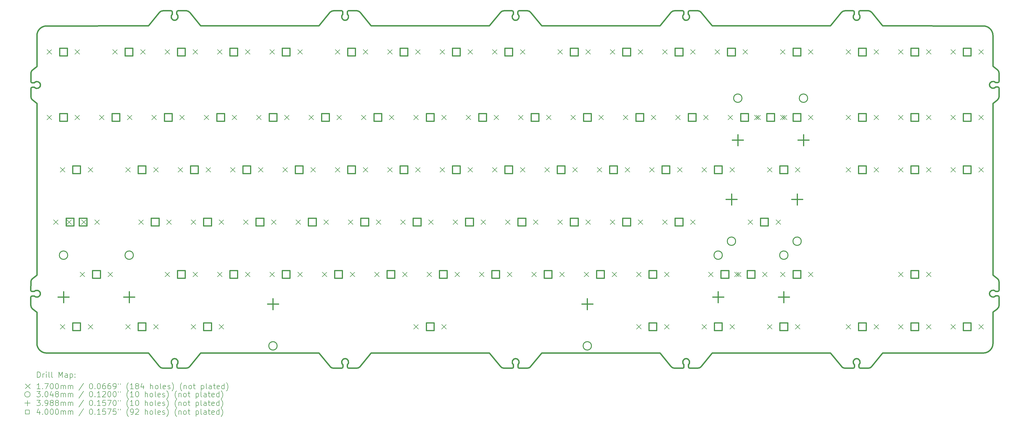
<source format=gbr>
%TF.GenerationSoftware,KiCad,Pcbnew,8.99.0-2193-g88272a59b7*%
%TF.CreationDate,2024-09-27T03:09:15+07:00*%
%TF.ProjectId,qk80,716b3830-2e6b-4696-9361-645f70636258,rev?*%
%TF.SameCoordinates,Original*%
%TF.FileFunction,Drillmap*%
%TF.FilePolarity,Positive*%
%FSLAX45Y45*%
G04 Gerber Fmt 4.5, Leading zero omitted, Abs format (unit mm)*
G04 Created by KiCad (PCBNEW 8.99.0-2193-g88272a59b7) date 2024-09-27 03:09:15*
%MOMM*%
%LPD*%
G01*
G04 APERTURE LIST*
%ADD10C,0.500000*%
%ADD11C,0.200000*%
%ADD12C,0.170000*%
%ADD13C,0.304800*%
%ADD14C,0.398780*%
%ADD15C,0.400000*%
G04 APERTURE END LIST*
D10*
X111000215Y34904320D02*
X106700210Y34904317D01*
X116555093Y34904351D02*
X116555093Y34904350D01*
X117003518Y36985531D02*
G75*
G02*
X116999774Y37150395I-95798J80300D01*
G01*
X117128002Y44546293D02*
X117127897Y44229355D01*
X93429218Y47237616D02*
G75*
G02*
X93264357Y47233873I-80298J-95806D01*
G01*
X81983426Y45209924D02*
X82141351Y45336445D01*
X111522963Y47362214D02*
X111824270Y47362214D01*
X116907596Y46456032D02*
X116907601Y45342145D01*
X106700210Y34904317D02*
X106290137Y34403197D01*
X112029214Y47237613D02*
X112029266Y47322242D01*
X117066560Y36515592D02*
X116907718Y36390830D01*
X92398921Y34904319D02*
X88098914Y34904314D01*
X87024250Y47362217D02*
G75*
G02*
X87064267Y47322236I0J-40017D01*
G01*
X117003518Y36985531D02*
X117088144Y36985479D01*
X86722850Y47362217D02*
X87024250Y47362217D01*
X111864266Y47321973D02*
X111864351Y47233878D01*
X112034861Y34393917D02*
X112034861Y34393917D01*
X111403558Y34410722D02*
X111000215Y34904320D01*
X93429218Y47237616D02*
X93429269Y47322242D01*
X81924255Y44781815D02*
X81924360Y45099245D01*
X99424260Y47362214D02*
G75*
G02*
X99464264Y47322214I0J-40004D01*
G01*
X116907718Y36390830D02*
X116907596Y35256819D01*
X111829610Y34353917D02*
X111512411Y34354022D01*
X81924255Y44235231D02*
X81924255Y44536800D01*
X99112412Y34354020D02*
G75*
G02*
X99003425Y34410877I8088J148390D01*
G01*
X87229218Y47237616D02*
X87229270Y47322242D01*
X111408991Y47312937D02*
G75*
G02*
X111522963Y47362215I110559J-99267D01*
G01*
X93774940Y34353916D02*
X93473570Y34353916D01*
X93895758Y47305185D02*
X94298916Y46811814D01*
X112029266Y47322242D02*
G75*
G02*
X112069273Y47362214I39994J-22D01*
G01*
X81924360Y45099245D02*
G75*
G02*
X81983426Y45209924I148400J-8095D01*
G01*
X104798922Y46811814D02*
X105208998Y47312937D01*
X100095556Y47305426D02*
X100498913Y46811811D01*
X117087906Y37150478D02*
X116999772Y37150393D01*
X105829272Y47322232D02*
G75*
G02*
X105869616Y47362217I40008J-22D01*
G01*
X111824270Y47362214D02*
G75*
G02*
X111864263Y47321973I0J-39994D01*
G01*
X104800213Y34904320D02*
X100500211Y34904315D01*
X105624270Y47362214D02*
G75*
G02*
X105664270Y47321633I-10J-40014D01*
G01*
X99629215Y47237613D02*
X99629267Y47322242D01*
X106290137Y34403197D02*
G75*
G02*
X106176339Y34353915I-110527J99193D01*
G01*
X93268619Y34478518D02*
X93268568Y34393893D01*
X111512411Y34354022D02*
G75*
G02*
X111403560Y34410724I8109J148398D01*
G01*
X116907601Y43992145D02*
X116907718Y37740830D01*
X117128120Y36945142D02*
X117128014Y36628030D01*
X81921105Y37500875D02*
G75*
G02*
X81982501Y37613289I148415J-8085D01*
G01*
X117088024Y44586793D02*
G75*
G02*
X117128000Y44546293I-35J-40013D01*
G01*
X82045601Y37143395D02*
X81960975Y37143447D01*
X93786719Y47362112D02*
G75*
G02*
X93895757Y47305185I-8099J-148402D01*
G01*
X112495599Y47305372D02*
X112898912Y46811811D01*
X99986723Y47362109D02*
G75*
G02*
X100095553Y47305423I-8113J-148389D01*
G01*
X105312414Y34354022D02*
G75*
G02*
X105203385Y34410931I8096J148408D01*
G01*
X82141346Y35256867D02*
X82141401Y36388095D01*
X93433567Y34393916D02*
X93433568Y34393916D01*
X110998916Y46811814D02*
X111408991Y47312937D01*
X112069273Y47362214D02*
X112386726Y47362109D01*
X99469913Y34478516D02*
X99469861Y34393893D01*
X82048857Y44741749D02*
X81964230Y44741801D01*
X86608997Y47312942D02*
G75*
G02*
X86722850Y47362217I110523J-99203D01*
G01*
X111869913Y34478518D02*
X111869861Y34393893D01*
X82141401Y37738095D02*
X82144656Y43986450D01*
X105834860Y34393879D02*
X105834774Y34482262D01*
X99669273Y47362210D02*
X99669273Y47362214D01*
X99464267Y47322214D02*
X99464353Y47233864D01*
X117127897Y44229355D02*
G75*
G02*
X117066497Y44116946I-148397J8085D01*
G01*
X105629847Y34353918D02*
X105629847Y34353917D01*
X81961173Y36978447D02*
X82049341Y36978532D01*
X82141346Y46458097D02*
G75*
G02*
X82493731Y46810604I352504J3D01*
G01*
X99008994Y47312938D02*
G75*
G02*
X99122809Y47362214I110526J-99208D01*
G01*
X87028310Y34353915D02*
X86711113Y34354020D01*
X86198920Y46811817D02*
X86608997Y47312942D01*
X99469913Y34478516D02*
G75*
G02*
X99634776Y34482263I80297J95804D01*
G01*
X99674860Y34353915D02*
G75*
G02*
X99634858Y34394423I10J40015D01*
G01*
X81960975Y37143447D02*
G75*
G02*
X81920998Y37183714I25J40003D01*
G01*
X99429847Y34353915D02*
X99112412Y34354020D01*
X93224250Y47362217D02*
G75*
G02*
X93264267Y47322236I0J-40017D01*
G01*
X99634861Y34394423D02*
X99634776Y34482263D01*
X87229270Y47322242D02*
G75*
G02*
X87269483Y47362220I40001J-22D01*
G01*
X88098916Y46811814D02*
X92398919Y46811817D01*
X111869913Y34478518D02*
G75*
G02*
X112034776Y34482265I80297J95802D01*
G01*
X105323044Y47362214D02*
X105624270Y47362214D01*
X116555093Y34904350D02*
X112900211Y34904316D01*
X112386726Y47362109D02*
G75*
G02*
X112495595Y47305369I-8116J-148389D01*
G01*
X82141347Y35256867D02*
X82141346Y35256867D01*
X81921000Y37183714D02*
X81921105Y37500875D01*
X105208998Y47312937D02*
G75*
G02*
X105323044Y47362213I110562J-99278D01*
G01*
X111869861Y34393893D02*
G75*
G02*
X111829610Y34353919I-40002J27D01*
G01*
X112898912Y46811811D02*
X116555207Y46810600D01*
X93473570Y34353916D02*
G75*
G02*
X93433566Y34393916I0J40004D01*
G01*
X87586719Y47362112D02*
G75*
G02*
X87695757Y47305185I-8099J-148402D01*
G01*
X92911106Y34354022D02*
G75*
G02*
X92802338Y34410631I8094J148349D01*
G01*
X100500211Y34904315D02*
X100090138Y34403195D01*
X93429269Y47322242D02*
G75*
G02*
X93469483Y47362220I40001J-22D01*
G01*
X82045601Y37143395D02*
G75*
G02*
X82049337Y36978528I95799J-80305D01*
G01*
X106698918Y46811811D02*
X110998916Y46811814D01*
X87695758Y47305185D02*
X88098916Y46811814D01*
X82048857Y44741749D02*
G75*
G02*
X82052598Y44576887I95804J-80299D01*
G01*
X87229218Y47237616D02*
G75*
G02*
X87064357Y47233873I-80298J-95806D01*
G01*
X105869616Y47362214D02*
X106186736Y47362109D01*
X92922849Y47362217D02*
X93224250Y47362217D01*
X87068564Y34393893D02*
G75*
G02*
X87028310Y34353917I-40004J27D01*
G01*
X87269483Y47362217D02*
X87586719Y47362112D01*
X99464267Y47322214D02*
X99464267Y47322214D01*
X99429847Y34353916D02*
X99429847Y34353915D01*
X112376431Y34353917D02*
X112074890Y34353917D01*
X93268619Y34478518D02*
G75*
G02*
X93433482Y34482258I80301J95792D01*
G01*
X81964230Y44741801D02*
G75*
G02*
X81924261Y44781815I30J39999D01*
G01*
X105669860Y34393893D02*
G75*
G02*
X105629847Y34353920I-40000J27D01*
G01*
X117128002Y44791797D02*
G75*
G02*
X117088002Y44751797I-40003J3D01*
G01*
X112490140Y34403199D02*
G75*
G02*
X112376431Y34353920I-110521J99191D01*
G01*
X112034861Y34393917D02*
X112034776Y34482265D01*
X116907718Y37740830D02*
X117078841Y37605754D01*
X117003401Y44586845D02*
X117088024Y44586793D01*
X81924255Y44536800D02*
G75*
G02*
X81964217Y44576805I40005J0D01*
G01*
X86602083Y34410937D02*
X86198918Y34904318D01*
X81973541Y44121519D02*
G75*
G02*
X81924260Y44235231I99209J110531D01*
G01*
X100498913Y46811811D02*
X104798922Y46811814D01*
X93469483Y47362217D02*
X93786719Y47362112D01*
X81921000Y36938454D02*
G75*
G02*
X81961173Y36978440I39990J-4D01*
G01*
X92808997Y47312942D02*
G75*
G02*
X92922849Y47362217I110523J-99203D01*
G01*
X116907596Y35256819D02*
G75*
G02*
X116555093Y34904354I-352506J41D01*
G01*
X82144656Y43986450D02*
X81973541Y44121519D01*
X99976073Y34353915D02*
X99674860Y34353915D01*
X99629215Y47237613D02*
G75*
G02*
X99464353Y47233864I-80296J-95793D01*
G01*
X112900211Y34904316D02*
X112490140Y34403199D01*
X105629847Y34353917D02*
X105312414Y34354022D01*
X92398919Y46811817D02*
X92808997Y47312942D01*
X116555207Y46810600D02*
G75*
G02*
X116907594Y46456032I-127J-352520D01*
G01*
X117128003Y45093197D02*
X117128002Y44791797D01*
X105664272Y47321633D02*
X105664357Y47233872D01*
X106295691Y47305267D02*
X106698918Y46811811D01*
X82493843Y34904350D02*
G75*
G02*
X82141340Y35256867I-3J352500D01*
G01*
X117066496Y44116948D02*
X116907601Y43992145D01*
X93227825Y34353916D02*
X92911106Y34354022D01*
X82493731Y46810600D02*
X86198920Y46811817D01*
X82141351Y45336445D02*
X82141346Y46458097D01*
X112074890Y34353917D02*
G75*
G02*
X112034867Y34393917I10J40033D01*
G01*
X105829220Y47237613D02*
G75*
G02*
X105664358Y47233872I-80300J-95793D01*
G01*
X86198918Y34904318D02*
X82493843Y34904350D01*
X87068616Y34478516D02*
X87068564Y34393893D01*
X87273570Y34353915D02*
G75*
G02*
X87233560Y34394610I10J40026D01*
G01*
X105669911Y34478518D02*
X105669860Y34393893D01*
X106186736Y47362109D02*
G75*
G02*
X106295687Y47305264I-8116J-148389D01*
G01*
X81982502Y37613288D02*
X82141401Y37738095D01*
X94298916Y46811814D02*
X98598917Y46811814D01*
X81964217Y44576801D02*
X82052598Y44576887D01*
X82141401Y36388095D02*
X81970270Y36523177D01*
X117128120Y37491945D02*
X117128120Y37190477D01*
X117128014Y36628030D02*
G75*
G02*
X117066559Y36515592I-148404J8100D01*
G01*
X99469861Y34393893D02*
G75*
G02*
X99429847Y34353919I-40001J27D01*
G01*
X99122809Y47362214D02*
X99424260Y47362214D01*
X117128120Y37190477D02*
G75*
G02*
X117087906Y37150481I-40000J3D01*
G01*
X117003401Y44586845D02*
G75*
G02*
X116999667Y44751710I-95801J80305D01*
G01*
X117078723Y45207070D02*
G75*
G02*
X117128001Y45093197I-99253J-110550D01*
G01*
X105203386Y34410931D02*
X104800213Y34904320D01*
X87688843Y34403198D02*
G75*
G02*
X87574904Y34353915I-110553J99242D01*
G01*
X99669273Y47362214D02*
X99986723Y47362109D01*
X105829220Y47237613D02*
X105829272Y47322232D01*
X112029214Y47237613D02*
G75*
G02*
X111864351Y47233878I-80304J-95793D01*
G01*
X99003428Y34410880D02*
X98600215Y34904318D01*
X81921000Y36637000D02*
X81921000Y36938454D01*
X87068616Y34478516D02*
G75*
G02*
X87233482Y34482252I80305J95794D01*
G01*
X106176339Y34353917D02*
X105874860Y34353917D01*
X98600215Y34904318D02*
X94298918Y34904316D01*
X100090138Y34403195D02*
G75*
G02*
X99976073Y34353912I-110568J99265D01*
G01*
X93268568Y34393893D02*
G75*
G02*
X93227825Y34353919I-40018J37D01*
G01*
X117088144Y36985479D02*
G75*
G02*
X117128117Y36945142I-25J-39999D01*
G01*
X92802339Y34410631D02*
X92398921Y34904319D01*
X93264269Y47322236D02*
X93264355Y47233875D01*
X117088002Y44751793D02*
X117088003Y44751793D01*
X81970270Y36523177D02*
G75*
G02*
X81921001Y36637000I99220J110523D01*
G01*
X87574904Y34353914D02*
X87273570Y34353915D01*
X93888847Y34403199D02*
G75*
G02*
X93774940Y34353917I-110547J99231D01*
G01*
X117088003Y44751793D02*
X116999665Y44751707D01*
X86711113Y34354020D02*
G75*
G02*
X86602085Y34410939I8097J148390D01*
G01*
X112069273Y47362212D02*
X112069273Y47362214D01*
X105874860Y34353917D02*
G75*
G02*
X105834857Y34393879I0J40003D01*
G01*
X117078841Y37605754D02*
G75*
G02*
X117128124Y37491945I-99251J-110554D01*
G01*
X105669911Y34478518D02*
G75*
G02*
X105834774Y34482262I80299J95802D01*
G01*
X116907601Y45342145D02*
X117078723Y45207070D01*
X98598917Y46811814D02*
X99008994Y47312938D01*
X93433568Y34393916D02*
X93433482Y34482258D01*
X87233563Y34394610D02*
X87233478Y34482256D01*
X99629267Y47322242D02*
G75*
G02*
X99669273Y47362213I39983J-12D01*
G01*
X88098914Y34904314D02*
X87688843Y34403198D01*
X94298918Y34904316D02*
X93888847Y34403199D01*
X87064270Y47322236D02*
X87064355Y47233875D01*
D11*
D12*
X82511651Y45949245D02*
X82681651Y45779245D01*
X82681651Y45949245D02*
X82511651Y45779245D01*
X82511651Y43567995D02*
X82681651Y43397995D01*
X82681651Y43567995D02*
X82511651Y43397995D01*
X82749751Y39757995D02*
X82919751Y39587995D01*
X82919751Y39757995D02*
X82749751Y39587995D01*
X82987951Y41662995D02*
X83157951Y41492995D01*
X83157951Y41662995D02*
X82987951Y41492995D01*
X82987951Y35947995D02*
X83157951Y35777995D01*
X83157951Y35947995D02*
X82987951Y35777995D01*
X83226051Y39757995D02*
X83396051Y39587995D01*
X83396051Y39757995D02*
X83226051Y39587995D01*
X83527651Y45949245D02*
X83697651Y45779245D01*
X83697651Y45949245D02*
X83527651Y45779245D01*
X83527651Y43567995D02*
X83697651Y43397995D01*
X83697651Y43567995D02*
X83527651Y43397995D01*
X83709711Y37852995D02*
X83879711Y37682995D01*
X83879711Y37852995D02*
X83709711Y37682995D01*
X83765751Y39757995D02*
X83935751Y39587995D01*
X83935751Y39757995D02*
X83765751Y39587995D01*
X84003951Y41662995D02*
X84173951Y41492995D01*
X84173951Y41662995D02*
X84003951Y41492995D01*
X84003951Y35947995D02*
X84173951Y35777995D01*
X84173951Y35947995D02*
X84003951Y35777995D01*
X84242051Y39757995D02*
X84412051Y39587995D01*
X84412051Y39757995D02*
X84242051Y39587995D01*
X84416651Y43567995D02*
X84586651Y43397995D01*
X84586651Y43567995D02*
X84416651Y43397995D01*
X84725711Y37852995D02*
X84895711Y37682995D01*
X84895711Y37852995D02*
X84725711Y37682995D01*
X84892901Y45949245D02*
X85062901Y45779245D01*
X85062901Y45949245D02*
X84892901Y45779245D01*
X85369151Y41662995D02*
X85539151Y41492995D01*
X85539151Y41662995D02*
X85369151Y41492995D01*
X85369151Y35947995D02*
X85539151Y35777995D01*
X85539151Y35947995D02*
X85369151Y35777995D01*
X85432651Y43567995D02*
X85602651Y43397995D01*
X85602651Y43567995D02*
X85432651Y43397995D01*
X85845401Y39757995D02*
X86015401Y39587995D01*
X86015401Y39757995D02*
X85845401Y39587995D01*
X85908901Y45949245D02*
X86078901Y45779245D01*
X86078901Y45949245D02*
X85908901Y45779245D01*
X86321651Y43567995D02*
X86491651Y43397995D01*
X86491651Y43567995D02*
X86321651Y43397995D01*
X86385151Y41662995D02*
X86555151Y41492995D01*
X86555151Y41662995D02*
X86385151Y41492995D01*
X86385151Y35947995D02*
X86555151Y35777995D01*
X86555151Y35947995D02*
X86385151Y35777995D01*
X86797901Y45949245D02*
X86967901Y45779245D01*
X86967901Y45949245D02*
X86797901Y45779245D01*
X86797901Y37852995D02*
X86967901Y37682995D01*
X86967901Y37852995D02*
X86797901Y37682995D01*
X86861401Y39757995D02*
X87031401Y39587995D01*
X87031401Y39757995D02*
X86861401Y39587995D01*
X87274151Y41662995D02*
X87444151Y41492995D01*
X87444151Y41662995D02*
X87274151Y41492995D01*
X87337651Y43567995D02*
X87507651Y43397995D01*
X87507651Y43567995D02*
X87337651Y43397995D01*
X87750401Y39757995D02*
X87920401Y39587995D01*
X87920401Y39757995D02*
X87750401Y39587995D01*
X87750451Y35947995D02*
X87920451Y35777995D01*
X87920451Y35947995D02*
X87750451Y35777995D01*
X87813901Y45949245D02*
X87983901Y45779245D01*
X87983901Y45949245D02*
X87813901Y45779245D01*
X87813901Y37852995D02*
X87983901Y37682995D01*
X87983901Y37852995D02*
X87813901Y37682995D01*
X88226651Y43567995D02*
X88396651Y43397995D01*
X88396651Y43567995D02*
X88226651Y43397995D01*
X88290151Y41662995D02*
X88460151Y41492995D01*
X88460151Y41662995D02*
X88290151Y41492995D01*
X88702901Y45949245D02*
X88872901Y45779245D01*
X88872901Y45949245D02*
X88702901Y45779245D01*
X88702901Y37852995D02*
X88872901Y37682995D01*
X88872901Y37852995D02*
X88702901Y37682995D01*
X88766401Y39757995D02*
X88936401Y39587995D01*
X88936401Y39757995D02*
X88766401Y39587995D01*
X88766451Y35947995D02*
X88936451Y35777995D01*
X88936451Y35947995D02*
X88766451Y35777995D01*
X89179151Y41662995D02*
X89349151Y41492995D01*
X89349151Y41662995D02*
X89179151Y41492995D01*
X89242651Y43567995D02*
X89412651Y43397995D01*
X89412651Y43567995D02*
X89242651Y43397995D01*
X89655401Y39757995D02*
X89825401Y39587995D01*
X89825401Y39757995D02*
X89655401Y39587995D01*
X89718901Y45949245D02*
X89888901Y45779245D01*
X89888901Y45949245D02*
X89718901Y45779245D01*
X89718901Y37852995D02*
X89888901Y37682995D01*
X89888901Y37852995D02*
X89718901Y37682995D01*
X90131651Y43567995D02*
X90301651Y43397995D01*
X90301651Y43567995D02*
X90131651Y43397995D01*
X90195151Y41662995D02*
X90365151Y41492995D01*
X90365151Y41662995D02*
X90195151Y41492995D01*
X90607901Y45949245D02*
X90777901Y45779245D01*
X90777901Y45949245D02*
X90607901Y45779245D01*
X90607901Y37852995D02*
X90777901Y37682995D01*
X90777901Y37852995D02*
X90607901Y37682995D01*
X90671401Y39757995D02*
X90841401Y39587995D01*
X90841401Y39757995D02*
X90671401Y39587995D01*
X91084151Y41662995D02*
X91254151Y41492995D01*
X91254151Y41662995D02*
X91084151Y41492995D01*
X91147651Y43567995D02*
X91317651Y43397995D01*
X91317651Y43567995D02*
X91147651Y43397995D01*
X91560401Y39757995D02*
X91730401Y39587995D01*
X91730401Y39757995D02*
X91560401Y39587995D01*
X91623901Y45949245D02*
X91793901Y45779245D01*
X91793901Y45949245D02*
X91623901Y45779245D01*
X91623901Y37852995D02*
X91793901Y37682995D01*
X91793901Y37852995D02*
X91623901Y37682995D01*
X92036651Y43567995D02*
X92206651Y43397995D01*
X92206651Y43567995D02*
X92036651Y43397995D01*
X92100151Y41662995D02*
X92270151Y41492995D01*
X92270151Y41662995D02*
X92100151Y41492995D01*
X92512901Y37852995D02*
X92682901Y37682995D01*
X92682901Y37852995D02*
X92512901Y37682995D01*
X92576401Y39757995D02*
X92746401Y39587995D01*
X92746401Y39757995D02*
X92576401Y39587995D01*
X92989151Y45949245D02*
X93159151Y45779245D01*
X93159151Y45949245D02*
X92989151Y45779245D01*
X92989151Y41662995D02*
X93159151Y41492995D01*
X93159151Y41662995D02*
X92989151Y41492995D01*
X93052651Y43567995D02*
X93222651Y43397995D01*
X93222651Y43567995D02*
X93052651Y43397995D01*
X93465401Y39757995D02*
X93635401Y39587995D01*
X93635401Y39757995D02*
X93465401Y39587995D01*
X93528901Y37852995D02*
X93698901Y37682995D01*
X93698901Y37852995D02*
X93528901Y37682995D01*
X93941651Y43567995D02*
X94111651Y43397995D01*
X94111651Y43567995D02*
X93941651Y43397995D01*
X94005151Y45949245D02*
X94175151Y45779245D01*
X94175151Y45949245D02*
X94005151Y45779245D01*
X94005151Y41662995D02*
X94175151Y41492995D01*
X94175151Y41662995D02*
X94005151Y41492995D01*
X94417901Y37852995D02*
X94587901Y37682995D01*
X94587901Y37852995D02*
X94417901Y37682995D01*
X94481401Y39757995D02*
X94651401Y39587995D01*
X94651401Y39757995D02*
X94481401Y39587995D01*
X94894151Y45949245D02*
X95064151Y45779245D01*
X95064151Y45949245D02*
X94894151Y45779245D01*
X94894151Y41662995D02*
X95064151Y41492995D01*
X95064151Y41662995D02*
X94894151Y41492995D01*
X94957651Y43567995D02*
X95127651Y43397995D01*
X95127651Y43567995D02*
X94957651Y43397995D01*
X95370401Y39757995D02*
X95540401Y39587995D01*
X95540401Y39757995D02*
X95370401Y39587995D01*
X95433901Y37852995D02*
X95603901Y37682995D01*
X95603901Y37852995D02*
X95433901Y37682995D01*
X95846651Y43567995D02*
X96016651Y43397995D01*
X96016651Y43567995D02*
X95846651Y43397995D01*
X95846651Y35948745D02*
X96016651Y35778745D01*
X96016651Y35948745D02*
X95846651Y35778745D01*
X95910151Y45949245D02*
X96080151Y45779245D01*
X96080151Y45949245D02*
X95910151Y45779245D01*
X95910151Y41662995D02*
X96080151Y41492995D01*
X96080151Y41662995D02*
X95910151Y41492995D01*
X96322901Y37852995D02*
X96492901Y37682995D01*
X96492901Y37852995D02*
X96322901Y37682995D01*
X96386401Y39757995D02*
X96556401Y39587995D01*
X96556401Y39757995D02*
X96386401Y39587995D01*
X96799151Y45949245D02*
X96969151Y45779245D01*
X96969151Y45949245D02*
X96799151Y45779245D01*
X96799151Y41662995D02*
X96969151Y41492995D01*
X96969151Y41662995D02*
X96799151Y41492995D01*
X96862651Y43567995D02*
X97032651Y43397995D01*
X97032651Y43567995D02*
X96862651Y43397995D01*
X96862651Y35948745D02*
X97032651Y35778745D01*
X97032651Y35948745D02*
X96862651Y35778745D01*
X97275401Y39757995D02*
X97445401Y39587995D01*
X97445401Y39757995D02*
X97275401Y39587995D01*
X97338901Y37852995D02*
X97508901Y37682995D01*
X97508901Y37852995D02*
X97338901Y37682995D01*
X97751651Y43567995D02*
X97921651Y43397995D01*
X97921651Y43567995D02*
X97751651Y43397995D01*
X97815151Y45949245D02*
X97985151Y45779245D01*
X97985151Y45949245D02*
X97815151Y45779245D01*
X97815151Y41662995D02*
X97985151Y41492995D01*
X97985151Y41662995D02*
X97815151Y41492995D01*
X98227901Y37852995D02*
X98397901Y37682995D01*
X98397901Y37852995D02*
X98227901Y37682995D01*
X98291401Y39757995D02*
X98461401Y39587995D01*
X98461401Y39757995D02*
X98291401Y39587995D01*
X98704151Y45949245D02*
X98874151Y45779245D01*
X98874151Y45949245D02*
X98704151Y45779245D01*
X98704151Y41662995D02*
X98874151Y41492995D01*
X98874151Y41662995D02*
X98704151Y41492995D01*
X98767651Y43567995D02*
X98937651Y43397995D01*
X98937651Y43567995D02*
X98767651Y43397995D01*
X99180401Y39757995D02*
X99350401Y39587995D01*
X99350401Y39757995D02*
X99180401Y39587995D01*
X99243901Y37852995D02*
X99413901Y37682995D01*
X99413901Y37852995D02*
X99243901Y37682995D01*
X99656651Y43567995D02*
X99826651Y43397995D01*
X99826651Y43567995D02*
X99656651Y43397995D01*
X99720151Y45949245D02*
X99890151Y45779245D01*
X99890151Y45949245D02*
X99720151Y45779245D01*
X99720151Y41662995D02*
X99890151Y41492995D01*
X99890151Y41662995D02*
X99720151Y41492995D01*
X100132901Y37852995D02*
X100302901Y37682995D01*
X100302901Y37852995D02*
X100132901Y37682995D01*
X100196401Y39757995D02*
X100366401Y39587995D01*
X100366401Y39757995D02*
X100196401Y39587995D01*
X100609151Y41662995D02*
X100779151Y41492995D01*
X100779151Y41662995D02*
X100609151Y41492995D01*
X100672651Y43567995D02*
X100842651Y43397995D01*
X100842651Y43567995D02*
X100672651Y43397995D01*
X101085401Y45949245D02*
X101255401Y45779245D01*
X101255401Y45949245D02*
X101085401Y45779245D01*
X101085401Y39757995D02*
X101255401Y39587995D01*
X101255401Y39757995D02*
X101085401Y39587995D01*
X101148901Y37852995D02*
X101318901Y37682995D01*
X101318901Y37852995D02*
X101148901Y37682995D01*
X101561651Y43567995D02*
X101731651Y43397995D01*
X101731651Y43567995D02*
X101561651Y43397995D01*
X101625151Y41662995D02*
X101795151Y41492995D01*
X101795151Y41662995D02*
X101625151Y41492995D01*
X102037901Y37852995D02*
X102207901Y37682995D01*
X102207901Y37852995D02*
X102037901Y37682995D01*
X102101401Y45949245D02*
X102271401Y45779245D01*
X102271401Y45949245D02*
X102101401Y45779245D01*
X102101401Y39757995D02*
X102271401Y39587995D01*
X102271401Y39757995D02*
X102101401Y39587995D01*
X102514151Y41662995D02*
X102684151Y41492995D01*
X102684151Y41662995D02*
X102514151Y41492995D01*
X102577651Y43567995D02*
X102747651Y43397995D01*
X102747651Y43567995D02*
X102577651Y43397995D01*
X102990401Y45949245D02*
X103160401Y45779245D01*
X103160401Y45949245D02*
X102990401Y45779245D01*
X102990401Y39757995D02*
X103160401Y39587995D01*
X103160401Y39757995D02*
X102990401Y39587995D01*
X103053901Y37852995D02*
X103223901Y37682995D01*
X103223901Y37852995D02*
X103053901Y37682995D01*
X103466651Y43567995D02*
X103636651Y43397995D01*
X103636651Y43567995D02*
X103466651Y43397995D01*
X103530151Y41662995D02*
X103700151Y41492995D01*
X103700151Y41662995D02*
X103530151Y41492995D01*
X103942901Y37852995D02*
X104112901Y37682995D01*
X104112901Y37852995D02*
X103942901Y37682995D01*
X103942951Y35947995D02*
X104112951Y35777995D01*
X104112951Y35947995D02*
X103942951Y35777995D01*
X104006401Y45949245D02*
X104176401Y45779245D01*
X104176401Y45949245D02*
X104006401Y45779245D01*
X104006401Y39757995D02*
X104176401Y39587995D01*
X104176401Y39757995D02*
X104006401Y39587995D01*
X104419151Y41662995D02*
X104589151Y41492995D01*
X104589151Y41662995D02*
X104419151Y41492995D01*
X104482651Y43567995D02*
X104652651Y43397995D01*
X104652651Y43567995D02*
X104482651Y43397995D01*
X104895401Y45949245D02*
X105065401Y45779245D01*
X105065401Y45949245D02*
X104895401Y45779245D01*
X104895401Y39757995D02*
X105065401Y39587995D01*
X105065401Y39757995D02*
X104895401Y39587995D01*
X104958901Y37852995D02*
X105128901Y37682995D01*
X105128901Y37852995D02*
X104958901Y37682995D01*
X104958951Y35947995D02*
X105128951Y35777995D01*
X105128951Y35947995D02*
X104958951Y35777995D01*
X105371651Y43567995D02*
X105541651Y43397995D01*
X105541651Y43567995D02*
X105371651Y43397995D01*
X105435151Y41662995D02*
X105605151Y41492995D01*
X105605151Y41662995D02*
X105435151Y41492995D01*
X105911401Y45949245D02*
X106081401Y45779245D01*
X106081401Y45949245D02*
X105911401Y45779245D01*
X105911401Y39757995D02*
X106081401Y39587995D01*
X106081401Y39757995D02*
X105911401Y39587995D01*
X106324151Y41662995D02*
X106494151Y41492995D01*
X106494151Y41662995D02*
X106324151Y41492995D01*
X106324151Y35947995D02*
X106494151Y35777995D01*
X106494151Y35947995D02*
X106324151Y35777995D01*
X106387651Y43567995D02*
X106557651Y43397995D01*
X106557651Y43567995D02*
X106387651Y43397995D01*
X106562301Y37852995D02*
X106732301Y37682995D01*
X106732301Y37852995D02*
X106562301Y37682995D01*
X106800401Y45949245D02*
X106970401Y45779245D01*
X106970401Y45949245D02*
X106800401Y45779245D01*
X107276651Y43567995D02*
X107446651Y43397995D01*
X107446651Y43567995D02*
X107276651Y43397995D01*
X107340151Y41662995D02*
X107510151Y41492995D01*
X107510151Y41662995D02*
X107340151Y41492995D01*
X107340151Y35947995D02*
X107510151Y35777995D01*
X107510151Y35947995D02*
X107340151Y35777995D01*
X107514801Y37852995D02*
X107684801Y37682995D01*
X107684801Y37852995D02*
X107514801Y37682995D01*
X107578301Y37852995D02*
X107748301Y37682995D01*
X107748301Y37852995D02*
X107578301Y37682995D01*
X107816401Y45949245D02*
X107986401Y45779245D01*
X107986401Y45949245D02*
X107816401Y45779245D01*
X107998461Y39757995D02*
X108168461Y39587995D01*
X108168461Y39757995D02*
X107998461Y39587995D01*
X108229151Y43567995D02*
X108399151Y43397995D01*
X108399151Y43567995D02*
X108229151Y43397995D01*
X108292651Y43567995D02*
X108462651Y43397995D01*
X108462651Y43567995D02*
X108292651Y43397995D01*
X108530801Y37852995D02*
X108700801Y37682995D01*
X108700801Y37852995D02*
X108530801Y37682995D01*
X108705451Y41662995D02*
X108875451Y41492995D01*
X108875451Y41662995D02*
X108705451Y41492995D01*
X108705451Y35947995D02*
X108875451Y35777995D01*
X108875451Y35947995D02*
X108705451Y35777995D01*
X109014461Y39757995D02*
X109184461Y39587995D01*
X109184461Y39757995D02*
X109014461Y39587995D01*
X109181651Y45949245D02*
X109351651Y45779245D01*
X109351651Y45949245D02*
X109181651Y45779245D01*
X109181651Y43567995D02*
X109351651Y43397995D01*
X109351651Y43567995D02*
X109181651Y43397995D01*
X109181651Y37852995D02*
X109351651Y37682995D01*
X109351651Y37852995D02*
X109181651Y37682995D01*
X109245151Y43567995D02*
X109415151Y43397995D01*
X109415151Y43567995D02*
X109245151Y43397995D01*
X109721451Y41662995D02*
X109891451Y41492995D01*
X109891451Y41662995D02*
X109721451Y41492995D01*
X109721451Y35947995D02*
X109891451Y35777995D01*
X109891451Y35947995D02*
X109721451Y35777995D01*
X110197651Y45949245D02*
X110367651Y45779245D01*
X110367651Y45949245D02*
X110197651Y45779245D01*
X110197651Y43567995D02*
X110367651Y43397995D01*
X110367651Y43567995D02*
X110197651Y43397995D01*
X110197651Y37852995D02*
X110367651Y37682995D01*
X110367651Y37852995D02*
X110197651Y37682995D01*
X111562901Y45949245D02*
X111732901Y45779245D01*
X111732901Y45949245D02*
X111562901Y45779245D01*
X111562901Y43567995D02*
X111732901Y43397995D01*
X111732901Y43567995D02*
X111562901Y43397995D01*
X111562901Y41662995D02*
X111732901Y41492995D01*
X111732901Y41662995D02*
X111562901Y41492995D01*
X111562901Y35947995D02*
X111732901Y35777995D01*
X111732901Y35947995D02*
X111562901Y35777995D01*
X112578901Y45949245D02*
X112748901Y45779245D01*
X112748901Y45949245D02*
X112578901Y45779245D01*
X112578901Y43567995D02*
X112748901Y43397995D01*
X112748901Y43567995D02*
X112578901Y43397995D01*
X112578901Y41662995D02*
X112748901Y41492995D01*
X112748901Y41662995D02*
X112578901Y41492995D01*
X112578901Y35947995D02*
X112748901Y35777995D01*
X112748901Y35947995D02*
X112578901Y35777995D01*
X113467901Y45949245D02*
X113637901Y45779245D01*
X113637901Y45949245D02*
X113467901Y45779245D01*
X113467901Y43567995D02*
X113637901Y43397995D01*
X113637901Y43567995D02*
X113467901Y43397995D01*
X113467901Y41662995D02*
X113637901Y41492995D01*
X113637901Y41662995D02*
X113467901Y41492995D01*
X113467901Y37852995D02*
X113637901Y37682995D01*
X113637901Y37852995D02*
X113467901Y37682995D01*
X113467901Y35947995D02*
X113637901Y35777995D01*
X113637901Y35947995D02*
X113467901Y35777995D01*
X114483901Y45949245D02*
X114653901Y45779245D01*
X114653901Y45949245D02*
X114483901Y45779245D01*
X114483901Y43567995D02*
X114653901Y43397995D01*
X114653901Y43567995D02*
X114483901Y43397995D01*
X114483901Y41662995D02*
X114653901Y41492995D01*
X114653901Y41662995D02*
X114483901Y41492995D01*
X114483901Y37852995D02*
X114653901Y37682995D01*
X114653901Y37852995D02*
X114483901Y37682995D01*
X114483901Y35947995D02*
X114653901Y35777995D01*
X114653901Y35947995D02*
X114483901Y35777995D01*
X115372901Y45949245D02*
X115542901Y45779245D01*
X115542901Y45949245D02*
X115372901Y45779245D01*
X115372901Y43567995D02*
X115542901Y43397995D01*
X115542901Y43567995D02*
X115372901Y43397995D01*
X115372901Y41662995D02*
X115542901Y41492995D01*
X115542901Y41662995D02*
X115372901Y41492995D01*
X115372901Y35947995D02*
X115542901Y35777995D01*
X115542901Y35947995D02*
X115372901Y35777995D01*
X116388901Y45949245D02*
X116558901Y45779245D01*
X116558901Y45949245D02*
X116388901Y45779245D01*
X116388901Y43567995D02*
X116558901Y43397995D01*
X116558901Y43567995D02*
X116388901Y43397995D01*
X116388901Y41662995D02*
X116558901Y41492995D01*
X116558901Y41662995D02*
X116388901Y41492995D01*
X116388901Y35947995D02*
X116558901Y35777995D01*
X116558901Y35947995D02*
X116388901Y35777995D01*
D13*
X83261311Y38466495D02*
G75*
G02*
X82956511Y38466495I-152400J0D01*
G01*
X82956511Y38466495D02*
G75*
G02*
X83261311Y38466495I152400J0D01*
G01*
X85648911Y38466495D02*
G75*
G02*
X85344111Y38466495I-152400J0D01*
G01*
X85344111Y38466495D02*
G75*
G02*
X85648911Y38466495I152400J0D01*
G01*
X90877051Y35165245D02*
G75*
G02*
X90572251Y35165245I-152400J0D01*
G01*
X90572251Y35165245D02*
G75*
G02*
X90877051Y35165245I152400J0D01*
G01*
X102307051Y35165245D02*
G75*
G02*
X102002251Y35165245I-152400J0D01*
G01*
X102002251Y35165245D02*
G75*
G02*
X102307051Y35165245I152400J0D01*
G01*
X107066401Y38466495D02*
G75*
G02*
X106761601Y38466495I-152400J0D01*
G01*
X106761601Y38466495D02*
G75*
G02*
X107066401Y38466495I152400J0D01*
G01*
X107550061Y38974495D02*
G75*
G02*
X107245261Y38974495I-152400J0D01*
G01*
X107245261Y38974495D02*
G75*
G02*
X107550061Y38974495I152400J0D01*
G01*
X107780751Y44181495D02*
G75*
G02*
X107475951Y44181495I-152400J0D01*
G01*
X107475951Y44181495D02*
G75*
G02*
X107780751Y44181495I152400J0D01*
G01*
X109454001Y38466495D02*
G75*
G02*
X109149201Y38466495I-152400J0D01*
G01*
X109149201Y38466495D02*
G75*
G02*
X109454001Y38466495I152400J0D01*
G01*
X109937661Y38974495D02*
G75*
G02*
X109632861Y38974495I-152400J0D01*
G01*
X109632861Y38974495D02*
G75*
G02*
X109937661Y38974495I152400J0D01*
G01*
X110168351Y44181495D02*
G75*
G02*
X109863551Y44181495I-152400J0D01*
G01*
X109863551Y44181495D02*
G75*
G02*
X110168351Y44181495I152400J0D01*
G01*
D14*
X83108911Y37141885D02*
X83108911Y36743105D01*
X82909521Y36942495D02*
X83308301Y36942495D01*
X85496511Y37141885D02*
X85496511Y36743105D01*
X85297121Y36942495D02*
X85695901Y36942495D01*
X90724651Y36888635D02*
X90724651Y36489855D01*
X90525261Y36689245D02*
X90924041Y36689245D01*
X102154651Y36888635D02*
X102154651Y36489855D01*
X101955261Y36689245D02*
X102354041Y36689245D01*
X106914001Y37141885D02*
X106914001Y36743105D01*
X106714611Y36942495D02*
X107113391Y36942495D01*
X107397661Y40697885D02*
X107397661Y40299105D01*
X107198271Y40498495D02*
X107597051Y40498495D01*
X107628351Y42856885D02*
X107628351Y42458105D01*
X107428961Y42657495D02*
X107827741Y42657495D01*
X109301601Y37141885D02*
X109301601Y36743105D01*
X109102211Y36942495D02*
X109500991Y36942495D01*
X109785261Y40697885D02*
X109785261Y40299105D01*
X109585871Y40498495D02*
X109984651Y40498495D01*
X110015951Y42856885D02*
X110015951Y42458105D01*
X109816561Y42657495D02*
X110215341Y42657495D01*
D15*
X83246074Y45722822D02*
X83246074Y46005667D01*
X82963229Y46005667D01*
X82963229Y45722822D01*
X83246074Y45722822D01*
X83246074Y43341572D02*
X83246074Y43624418D01*
X82963229Y43624418D01*
X82963229Y43341572D01*
X83246074Y43341572D01*
X83484174Y39531572D02*
X83484174Y39814418D01*
X83201329Y39814418D01*
X83201329Y39531572D01*
X83484174Y39531572D01*
X83722374Y41436572D02*
X83722374Y41719418D01*
X83439529Y41719418D01*
X83439529Y41436572D01*
X83722374Y41436572D01*
X83722374Y35721572D02*
X83722374Y36004418D01*
X83439529Y36004418D01*
X83439529Y35721572D01*
X83722374Y35721572D01*
X83960474Y39531572D02*
X83960474Y39814418D01*
X83677629Y39814418D01*
X83677629Y39531572D01*
X83960474Y39531572D01*
X84444134Y37626572D02*
X84444134Y37909418D01*
X84161289Y37909418D01*
X84161289Y37626572D01*
X84444134Y37626572D01*
X85151074Y43341572D02*
X85151074Y43624418D01*
X84868229Y43624418D01*
X84868229Y43341572D01*
X85151074Y43341572D01*
X85627324Y45722822D02*
X85627324Y46005667D01*
X85344479Y46005667D01*
X85344479Y45722822D01*
X85627324Y45722822D01*
X86103574Y41436572D02*
X86103574Y41719418D01*
X85820729Y41719418D01*
X85820729Y41436572D01*
X86103574Y41436572D01*
X86103574Y35721572D02*
X86103574Y36004418D01*
X85820729Y36004418D01*
X85820729Y35721572D01*
X86103574Y35721572D01*
X86579824Y39531572D02*
X86579824Y39814418D01*
X86296979Y39814418D01*
X86296979Y39531572D01*
X86579824Y39531572D01*
X87056074Y43341572D02*
X87056074Y43624418D01*
X86773229Y43624418D01*
X86773229Y43341572D01*
X87056074Y43341572D01*
X87532324Y45722822D02*
X87532324Y46005667D01*
X87249479Y46005667D01*
X87249479Y45722822D01*
X87532324Y45722822D01*
X87532324Y37626572D02*
X87532324Y37909418D01*
X87249479Y37909418D01*
X87249479Y37626572D01*
X87532324Y37626572D01*
X88008574Y41436572D02*
X88008574Y41719418D01*
X87725729Y41719418D01*
X87725729Y41436572D01*
X88008574Y41436572D01*
X88484824Y39531572D02*
X88484824Y39814418D01*
X88201979Y39814418D01*
X88201979Y39531572D01*
X88484824Y39531572D01*
X88484874Y35721572D02*
X88484874Y36004418D01*
X88202029Y36004418D01*
X88202029Y35721572D01*
X88484874Y35721572D01*
X88961074Y43341572D02*
X88961074Y43624418D01*
X88678229Y43624418D01*
X88678229Y43341572D01*
X88961074Y43341572D01*
X89437324Y45722822D02*
X89437324Y46005667D01*
X89154479Y46005667D01*
X89154479Y45722822D01*
X89437324Y45722822D01*
X89437324Y37626572D02*
X89437324Y37909418D01*
X89154479Y37909418D01*
X89154479Y37626572D01*
X89437324Y37626572D01*
X89913574Y41436572D02*
X89913574Y41719418D01*
X89630729Y41719418D01*
X89630729Y41436572D01*
X89913574Y41436572D01*
X90389824Y39531572D02*
X90389824Y39814418D01*
X90106979Y39814418D01*
X90106979Y39531572D01*
X90389824Y39531572D01*
X90866074Y43341572D02*
X90866074Y43624418D01*
X90583229Y43624418D01*
X90583229Y43341572D01*
X90866074Y43341572D01*
X91342324Y45722822D02*
X91342324Y46005667D01*
X91059479Y46005667D01*
X91059479Y45722822D01*
X91342324Y45722822D01*
X91342324Y37626572D02*
X91342324Y37909418D01*
X91059479Y37909418D01*
X91059479Y37626572D01*
X91342324Y37626572D01*
X91818574Y41436572D02*
X91818574Y41719418D01*
X91535729Y41719418D01*
X91535729Y41436572D01*
X91818574Y41436572D01*
X92294824Y39531572D02*
X92294824Y39814418D01*
X92011979Y39814418D01*
X92011979Y39531572D01*
X92294824Y39531572D01*
X92771074Y43341572D02*
X92771074Y43624418D01*
X92488229Y43624418D01*
X92488229Y43341572D01*
X92771074Y43341572D01*
X93247324Y37626572D02*
X93247324Y37909418D01*
X92964479Y37909418D01*
X92964479Y37626572D01*
X93247324Y37626572D01*
X93723574Y45722822D02*
X93723574Y46005667D01*
X93440729Y46005667D01*
X93440729Y45722822D01*
X93723574Y45722822D01*
X93723574Y41436572D02*
X93723574Y41719418D01*
X93440729Y41719418D01*
X93440729Y41436572D01*
X93723574Y41436572D01*
X94199824Y39531572D02*
X94199824Y39814418D01*
X93916979Y39814418D01*
X93916979Y39531572D01*
X94199824Y39531572D01*
X94676074Y43341572D02*
X94676074Y43624418D01*
X94393229Y43624418D01*
X94393229Y43341572D01*
X94676074Y43341572D01*
X95152324Y37626572D02*
X95152324Y37909418D01*
X94869479Y37909418D01*
X94869479Y37626572D01*
X95152324Y37626572D01*
X95628574Y45722822D02*
X95628574Y46005667D01*
X95345729Y46005667D01*
X95345729Y45722822D01*
X95628574Y45722822D01*
X95628574Y41436572D02*
X95628574Y41719418D01*
X95345729Y41719418D01*
X95345729Y41436572D01*
X95628574Y41436572D01*
X96104824Y39531572D02*
X96104824Y39814418D01*
X95821979Y39814418D01*
X95821979Y39531572D01*
X96104824Y39531572D01*
X96581074Y43341572D02*
X96581074Y43624418D01*
X96298229Y43624418D01*
X96298229Y43341572D01*
X96581074Y43341572D01*
X96581074Y35722322D02*
X96581074Y36005168D01*
X96298229Y36005168D01*
X96298229Y35722322D01*
X96581074Y35722322D01*
X97057324Y37626572D02*
X97057324Y37909418D01*
X96774479Y37909418D01*
X96774479Y37626572D01*
X97057324Y37626572D01*
X97533574Y45722822D02*
X97533574Y46005667D01*
X97250729Y46005667D01*
X97250729Y45722822D01*
X97533574Y45722822D01*
X97533574Y41436572D02*
X97533574Y41719418D01*
X97250729Y41719418D01*
X97250729Y41436572D01*
X97533574Y41436572D01*
X98009824Y39531572D02*
X98009824Y39814418D01*
X97726979Y39814418D01*
X97726979Y39531572D01*
X98009824Y39531572D01*
X98486074Y43341572D02*
X98486074Y43624418D01*
X98203229Y43624418D01*
X98203229Y43341572D01*
X98486074Y43341572D01*
X98962324Y37626572D02*
X98962324Y37909418D01*
X98679479Y37909418D01*
X98679479Y37626572D01*
X98962324Y37626572D01*
X99438574Y45722822D02*
X99438574Y46005667D01*
X99155729Y46005667D01*
X99155729Y45722822D01*
X99438574Y45722822D01*
X99438574Y41436572D02*
X99438574Y41719418D01*
X99155729Y41719418D01*
X99155729Y41436572D01*
X99438574Y41436572D01*
X99914824Y39531572D02*
X99914824Y39814418D01*
X99631979Y39814418D01*
X99631979Y39531572D01*
X99914824Y39531572D01*
X100391074Y43341572D02*
X100391074Y43624418D01*
X100108229Y43624418D01*
X100108229Y43341572D01*
X100391074Y43341572D01*
X100867324Y37626572D02*
X100867324Y37909418D01*
X100584479Y37909418D01*
X100584479Y37626572D01*
X100867324Y37626572D01*
X101343574Y41436572D02*
X101343574Y41719418D01*
X101060729Y41719418D01*
X101060729Y41436572D01*
X101343574Y41436572D01*
X101819824Y45722822D02*
X101819824Y46005667D01*
X101536979Y46005667D01*
X101536979Y45722822D01*
X101819824Y45722822D01*
X101819824Y39531572D02*
X101819824Y39814418D01*
X101536979Y39814418D01*
X101536979Y39531572D01*
X101819824Y39531572D01*
X102296074Y43341572D02*
X102296074Y43624418D01*
X102013229Y43624418D01*
X102013229Y43341572D01*
X102296074Y43341572D01*
X102772324Y37626572D02*
X102772324Y37909418D01*
X102489479Y37909418D01*
X102489479Y37626572D01*
X102772324Y37626572D01*
X103248574Y41436572D02*
X103248574Y41719418D01*
X102965729Y41719418D01*
X102965729Y41436572D01*
X103248574Y41436572D01*
X103724824Y45722822D02*
X103724824Y46005667D01*
X103441979Y46005667D01*
X103441979Y45722822D01*
X103724824Y45722822D01*
X103724824Y39531572D02*
X103724824Y39814418D01*
X103441979Y39814418D01*
X103441979Y39531572D01*
X103724824Y39531572D01*
X104201074Y43341572D02*
X104201074Y43624418D01*
X103918229Y43624418D01*
X103918229Y43341572D01*
X104201074Y43341572D01*
X104677324Y37626572D02*
X104677324Y37909418D01*
X104394479Y37909418D01*
X104394479Y37626572D01*
X104677324Y37626572D01*
X104677374Y35721572D02*
X104677374Y36004418D01*
X104394529Y36004418D01*
X104394529Y35721572D01*
X104677374Y35721572D01*
X105153574Y41436572D02*
X105153574Y41719418D01*
X104870729Y41719418D01*
X104870729Y41436572D01*
X105153574Y41436572D01*
X105629824Y45722822D02*
X105629824Y46005667D01*
X105346979Y46005667D01*
X105346979Y45722822D01*
X105629824Y45722822D01*
X105629824Y39531572D02*
X105629824Y39814418D01*
X105346979Y39814418D01*
X105346979Y39531572D01*
X105629824Y39531572D01*
X106106074Y43341572D02*
X106106074Y43624418D01*
X105823229Y43624418D01*
X105823229Y43341572D01*
X106106074Y43341572D01*
X107058574Y41436572D02*
X107058574Y41719418D01*
X106775729Y41719418D01*
X106775729Y41436572D01*
X107058574Y41436572D01*
X107058574Y35721572D02*
X107058574Y36004418D01*
X106775729Y36004418D01*
X106775729Y35721572D01*
X107058574Y35721572D01*
X107296724Y37626572D02*
X107296724Y37909418D01*
X107013879Y37909418D01*
X107013879Y37626572D01*
X107296724Y37626572D01*
X107534824Y45722822D02*
X107534824Y46005667D01*
X107251979Y46005667D01*
X107251979Y45722822D01*
X107534824Y45722822D01*
X108011074Y43341572D02*
X108011074Y43624418D01*
X107728229Y43624418D01*
X107728229Y43341572D01*
X108011074Y43341572D01*
X108249224Y37626572D02*
X108249224Y37909418D01*
X107966379Y37909418D01*
X107966379Y37626572D01*
X108249224Y37626572D01*
X108732884Y39531572D02*
X108732884Y39814418D01*
X108450039Y39814418D01*
X108450039Y39531572D01*
X108732884Y39531572D01*
X108963574Y43341572D02*
X108963574Y43624418D01*
X108680729Y43624418D01*
X108680729Y43341572D01*
X108963574Y43341572D01*
X109439874Y41436572D02*
X109439874Y41719418D01*
X109157029Y41719418D01*
X109157029Y41436572D01*
X109439874Y41436572D01*
X109439874Y35721572D02*
X109439874Y36004418D01*
X109157029Y36004418D01*
X109157029Y35721572D01*
X109439874Y35721572D01*
X109916074Y45722822D02*
X109916074Y46005667D01*
X109633229Y46005667D01*
X109633229Y45722822D01*
X109916074Y45722822D01*
X109916074Y43341572D02*
X109916074Y43624418D01*
X109633229Y43624418D01*
X109633229Y43341572D01*
X109916074Y43341572D01*
X109916074Y37626572D02*
X109916074Y37909418D01*
X109633229Y37909418D01*
X109633229Y37626572D01*
X109916074Y37626572D01*
X112297324Y45722822D02*
X112297324Y46005667D01*
X112014479Y46005667D01*
X112014479Y45722822D01*
X112297324Y45722822D01*
X112297324Y43341572D02*
X112297324Y43624418D01*
X112014479Y43624418D01*
X112014479Y43341572D01*
X112297324Y43341572D01*
X112297324Y41436572D02*
X112297324Y41719418D01*
X112014479Y41719418D01*
X112014479Y41436572D01*
X112297324Y41436572D01*
X112297324Y35721572D02*
X112297324Y36004418D01*
X112014479Y36004418D01*
X112014479Y35721572D01*
X112297324Y35721572D01*
X114202324Y45722822D02*
X114202324Y46005667D01*
X113919479Y46005667D01*
X113919479Y45722822D01*
X114202324Y45722822D01*
X114202324Y43341572D02*
X114202324Y43624418D01*
X113919479Y43624418D01*
X113919479Y43341572D01*
X114202324Y43341572D01*
X114202324Y41436572D02*
X114202324Y41719418D01*
X113919479Y41719418D01*
X113919479Y41436572D01*
X114202324Y41436572D01*
X114202324Y37626572D02*
X114202324Y37909418D01*
X113919479Y37909418D01*
X113919479Y37626572D01*
X114202324Y37626572D01*
X114202324Y35721572D02*
X114202324Y36004418D01*
X113919479Y36004418D01*
X113919479Y35721572D01*
X114202324Y35721572D01*
X116107324Y45722822D02*
X116107324Y46005667D01*
X115824479Y46005667D01*
X115824479Y45722822D01*
X116107324Y45722822D01*
X116107324Y43341572D02*
X116107324Y43624418D01*
X115824479Y43624418D01*
X115824479Y43341572D01*
X116107324Y43341572D01*
X116107324Y41436572D02*
X116107324Y41719418D01*
X115824479Y41719418D01*
X115824479Y41436572D01*
X116107324Y41436572D01*
X116107324Y35721572D02*
X116107324Y36004418D01*
X115824479Y36004418D01*
X115824479Y35721572D01*
X116107324Y35721572D01*
D11*
X82156741Y34017386D02*
X82156741Y34217386D01*
X82156741Y34217386D02*
X82204360Y34217386D01*
X82204360Y34217386D02*
X82232932Y34207863D01*
X82232932Y34207863D02*
X82251979Y34188815D01*
X82251979Y34188815D02*
X82261503Y34169767D01*
X82261503Y34169767D02*
X82271027Y34131672D01*
X82271027Y34131672D02*
X82271027Y34103101D01*
X82271027Y34103101D02*
X82261503Y34065006D01*
X82261503Y34065006D02*
X82251979Y34045958D01*
X82251979Y34045958D02*
X82232932Y34026910D01*
X82232932Y34026910D02*
X82204360Y34017386D01*
X82204360Y34017386D02*
X82156741Y34017386D01*
X82356741Y34017386D02*
X82356741Y34150720D01*
X82356741Y34112625D02*
X82366265Y34131672D01*
X82366265Y34131672D02*
X82375789Y34141196D01*
X82375789Y34141196D02*
X82394837Y34150720D01*
X82394837Y34150720D02*
X82413884Y34150720D01*
X82480551Y34017386D02*
X82480551Y34150720D01*
X82480551Y34217386D02*
X82471027Y34207863D01*
X82471027Y34207863D02*
X82480551Y34198339D01*
X82480551Y34198339D02*
X82490075Y34207863D01*
X82490075Y34207863D02*
X82480551Y34217386D01*
X82480551Y34217386D02*
X82480551Y34198339D01*
X82604360Y34017386D02*
X82585313Y34026910D01*
X82585313Y34026910D02*
X82575789Y34045958D01*
X82575789Y34045958D02*
X82575789Y34217386D01*
X82709122Y34017386D02*
X82690075Y34026910D01*
X82690075Y34026910D02*
X82680551Y34045958D01*
X82680551Y34045958D02*
X82680551Y34217386D01*
X82937694Y34017386D02*
X82937694Y34217386D01*
X82937694Y34217386D02*
X83004360Y34074529D01*
X83004360Y34074529D02*
X83071027Y34217386D01*
X83071027Y34217386D02*
X83071027Y34017386D01*
X83251979Y34017386D02*
X83251979Y34122148D01*
X83251979Y34122148D02*
X83242456Y34141196D01*
X83242456Y34141196D02*
X83223408Y34150720D01*
X83223408Y34150720D02*
X83185313Y34150720D01*
X83185313Y34150720D02*
X83166265Y34141196D01*
X83251979Y34026910D02*
X83232932Y34017386D01*
X83232932Y34017386D02*
X83185313Y34017386D01*
X83185313Y34017386D02*
X83166265Y34026910D01*
X83166265Y34026910D02*
X83156741Y34045958D01*
X83156741Y34045958D02*
X83156741Y34065006D01*
X83156741Y34065006D02*
X83166265Y34084053D01*
X83166265Y34084053D02*
X83185313Y34093577D01*
X83185313Y34093577D02*
X83232932Y34093577D01*
X83232932Y34093577D02*
X83251979Y34103101D01*
X83347218Y34150720D02*
X83347218Y33950720D01*
X83347218Y34141196D02*
X83366265Y34150720D01*
X83366265Y34150720D02*
X83404360Y34150720D01*
X83404360Y34150720D02*
X83423408Y34141196D01*
X83423408Y34141196D02*
X83432932Y34131672D01*
X83432932Y34131672D02*
X83442456Y34112625D01*
X83442456Y34112625D02*
X83442456Y34055482D01*
X83442456Y34055482D02*
X83432932Y34036434D01*
X83432932Y34036434D02*
X83423408Y34026910D01*
X83423408Y34026910D02*
X83404360Y34017386D01*
X83404360Y34017386D02*
X83366265Y34017386D01*
X83366265Y34017386D02*
X83347218Y34026910D01*
X83528170Y34036434D02*
X83537694Y34026910D01*
X83537694Y34026910D02*
X83528170Y34017386D01*
X83528170Y34017386D02*
X83518646Y34026910D01*
X83518646Y34026910D02*
X83528170Y34036434D01*
X83528170Y34036434D02*
X83528170Y34017386D01*
X83528170Y34141196D02*
X83537694Y34131672D01*
X83537694Y34131672D02*
X83528170Y34122148D01*
X83528170Y34122148D02*
X83518646Y34131672D01*
X83518646Y34131672D02*
X83528170Y34141196D01*
X83528170Y34141196D02*
X83528170Y34122148D01*
D12*
X81725965Y33773870D02*
X81895965Y33603870D01*
X81895965Y33773870D02*
X81725965Y33603870D01*
D11*
X82261503Y33597386D02*
X82147218Y33597386D01*
X82204360Y33597386D02*
X82204360Y33797386D01*
X82204360Y33797386D02*
X82185313Y33768815D01*
X82185313Y33768815D02*
X82166265Y33749767D01*
X82166265Y33749767D02*
X82147218Y33740244D01*
X82347218Y33616434D02*
X82356741Y33606910D01*
X82356741Y33606910D02*
X82347218Y33597386D01*
X82347218Y33597386D02*
X82337694Y33606910D01*
X82337694Y33606910D02*
X82347218Y33616434D01*
X82347218Y33616434D02*
X82347218Y33597386D01*
X82423408Y33797386D02*
X82556741Y33797386D01*
X82556741Y33797386D02*
X82471027Y33597386D01*
X82671027Y33797386D02*
X82690075Y33797386D01*
X82690075Y33797386D02*
X82709122Y33787863D01*
X82709122Y33787863D02*
X82718646Y33778339D01*
X82718646Y33778339D02*
X82728170Y33759291D01*
X82728170Y33759291D02*
X82737694Y33721196D01*
X82737694Y33721196D02*
X82737694Y33673577D01*
X82737694Y33673577D02*
X82728170Y33635482D01*
X82728170Y33635482D02*
X82718646Y33616434D01*
X82718646Y33616434D02*
X82709122Y33606910D01*
X82709122Y33606910D02*
X82690075Y33597386D01*
X82690075Y33597386D02*
X82671027Y33597386D01*
X82671027Y33597386D02*
X82651979Y33606910D01*
X82651979Y33606910D02*
X82642456Y33616434D01*
X82642456Y33616434D02*
X82632932Y33635482D01*
X82632932Y33635482D02*
X82623408Y33673577D01*
X82623408Y33673577D02*
X82623408Y33721196D01*
X82623408Y33721196D02*
X82632932Y33759291D01*
X82632932Y33759291D02*
X82642456Y33778339D01*
X82642456Y33778339D02*
X82651979Y33787863D01*
X82651979Y33787863D02*
X82671027Y33797386D01*
X82861503Y33797386D02*
X82880551Y33797386D01*
X82880551Y33797386D02*
X82899599Y33787863D01*
X82899599Y33787863D02*
X82909122Y33778339D01*
X82909122Y33778339D02*
X82918646Y33759291D01*
X82918646Y33759291D02*
X82928170Y33721196D01*
X82928170Y33721196D02*
X82928170Y33673577D01*
X82928170Y33673577D02*
X82918646Y33635482D01*
X82918646Y33635482D02*
X82909122Y33616434D01*
X82909122Y33616434D02*
X82899599Y33606910D01*
X82899599Y33606910D02*
X82880551Y33597386D01*
X82880551Y33597386D02*
X82861503Y33597386D01*
X82861503Y33597386D02*
X82842456Y33606910D01*
X82842456Y33606910D02*
X82832932Y33616434D01*
X82832932Y33616434D02*
X82823408Y33635482D01*
X82823408Y33635482D02*
X82813884Y33673577D01*
X82813884Y33673577D02*
X82813884Y33721196D01*
X82813884Y33721196D02*
X82823408Y33759291D01*
X82823408Y33759291D02*
X82832932Y33778339D01*
X82832932Y33778339D02*
X82842456Y33787863D01*
X82842456Y33787863D02*
X82861503Y33797386D01*
X83013884Y33597386D02*
X83013884Y33730720D01*
X83013884Y33711672D02*
X83023408Y33721196D01*
X83023408Y33721196D02*
X83042456Y33730720D01*
X83042456Y33730720D02*
X83071027Y33730720D01*
X83071027Y33730720D02*
X83090075Y33721196D01*
X83090075Y33721196D02*
X83099599Y33702148D01*
X83099599Y33702148D02*
X83099599Y33597386D01*
X83099599Y33702148D02*
X83109122Y33721196D01*
X83109122Y33721196D02*
X83128170Y33730720D01*
X83128170Y33730720D02*
X83156741Y33730720D01*
X83156741Y33730720D02*
X83175789Y33721196D01*
X83175789Y33721196D02*
X83185313Y33702148D01*
X83185313Y33702148D02*
X83185313Y33597386D01*
X83280551Y33597386D02*
X83280551Y33730720D01*
X83280551Y33711672D02*
X83290075Y33721196D01*
X83290075Y33721196D02*
X83309122Y33730720D01*
X83309122Y33730720D02*
X83337694Y33730720D01*
X83337694Y33730720D02*
X83356741Y33721196D01*
X83356741Y33721196D02*
X83366265Y33702148D01*
X83366265Y33702148D02*
X83366265Y33597386D01*
X83366265Y33702148D02*
X83375789Y33721196D01*
X83375789Y33721196D02*
X83394837Y33730720D01*
X83394837Y33730720D02*
X83423408Y33730720D01*
X83423408Y33730720D02*
X83442456Y33721196D01*
X83442456Y33721196D02*
X83451980Y33702148D01*
X83451980Y33702148D02*
X83451980Y33597386D01*
X83842456Y33806910D02*
X83671027Y33549767D01*
X84099599Y33797386D02*
X84118646Y33797386D01*
X84118646Y33797386D02*
X84137694Y33787863D01*
X84137694Y33787863D02*
X84147218Y33778339D01*
X84147218Y33778339D02*
X84156742Y33759291D01*
X84156742Y33759291D02*
X84166265Y33721196D01*
X84166265Y33721196D02*
X84166265Y33673577D01*
X84166265Y33673577D02*
X84156742Y33635482D01*
X84156742Y33635482D02*
X84147218Y33616434D01*
X84147218Y33616434D02*
X84137694Y33606910D01*
X84137694Y33606910D02*
X84118646Y33597386D01*
X84118646Y33597386D02*
X84099599Y33597386D01*
X84099599Y33597386D02*
X84080551Y33606910D01*
X84080551Y33606910D02*
X84071027Y33616434D01*
X84071027Y33616434D02*
X84061503Y33635482D01*
X84061503Y33635482D02*
X84051980Y33673577D01*
X84051980Y33673577D02*
X84051980Y33721196D01*
X84051980Y33721196D02*
X84061503Y33759291D01*
X84061503Y33759291D02*
X84071027Y33778339D01*
X84071027Y33778339D02*
X84080551Y33787863D01*
X84080551Y33787863D02*
X84099599Y33797386D01*
X84251980Y33616434D02*
X84261503Y33606910D01*
X84261503Y33606910D02*
X84251980Y33597386D01*
X84251980Y33597386D02*
X84242456Y33606910D01*
X84242456Y33606910D02*
X84251980Y33616434D01*
X84251980Y33616434D02*
X84251980Y33597386D01*
X84385313Y33797386D02*
X84404361Y33797386D01*
X84404361Y33797386D02*
X84423408Y33787863D01*
X84423408Y33787863D02*
X84432932Y33778339D01*
X84432932Y33778339D02*
X84442456Y33759291D01*
X84442456Y33759291D02*
X84451980Y33721196D01*
X84451980Y33721196D02*
X84451980Y33673577D01*
X84451980Y33673577D02*
X84442456Y33635482D01*
X84442456Y33635482D02*
X84432932Y33616434D01*
X84432932Y33616434D02*
X84423408Y33606910D01*
X84423408Y33606910D02*
X84404361Y33597386D01*
X84404361Y33597386D02*
X84385313Y33597386D01*
X84385313Y33597386D02*
X84366265Y33606910D01*
X84366265Y33606910D02*
X84356742Y33616434D01*
X84356742Y33616434D02*
X84347218Y33635482D01*
X84347218Y33635482D02*
X84337694Y33673577D01*
X84337694Y33673577D02*
X84337694Y33721196D01*
X84337694Y33721196D02*
X84347218Y33759291D01*
X84347218Y33759291D02*
X84356742Y33778339D01*
X84356742Y33778339D02*
X84366265Y33787863D01*
X84366265Y33787863D02*
X84385313Y33797386D01*
X84623408Y33797386D02*
X84585313Y33797386D01*
X84585313Y33797386D02*
X84566265Y33787863D01*
X84566265Y33787863D02*
X84556742Y33778339D01*
X84556742Y33778339D02*
X84537694Y33749767D01*
X84537694Y33749767D02*
X84528170Y33711672D01*
X84528170Y33711672D02*
X84528170Y33635482D01*
X84528170Y33635482D02*
X84537694Y33616434D01*
X84537694Y33616434D02*
X84547218Y33606910D01*
X84547218Y33606910D02*
X84566265Y33597386D01*
X84566265Y33597386D02*
X84604361Y33597386D01*
X84604361Y33597386D02*
X84623408Y33606910D01*
X84623408Y33606910D02*
X84632932Y33616434D01*
X84632932Y33616434D02*
X84642456Y33635482D01*
X84642456Y33635482D02*
X84642456Y33683101D01*
X84642456Y33683101D02*
X84632932Y33702148D01*
X84632932Y33702148D02*
X84623408Y33711672D01*
X84623408Y33711672D02*
X84604361Y33721196D01*
X84604361Y33721196D02*
X84566265Y33721196D01*
X84566265Y33721196D02*
X84547218Y33711672D01*
X84547218Y33711672D02*
X84537694Y33702148D01*
X84537694Y33702148D02*
X84528170Y33683101D01*
X84813884Y33797386D02*
X84775789Y33797386D01*
X84775789Y33797386D02*
X84756742Y33787863D01*
X84756742Y33787863D02*
X84747218Y33778339D01*
X84747218Y33778339D02*
X84728170Y33749767D01*
X84728170Y33749767D02*
X84718646Y33711672D01*
X84718646Y33711672D02*
X84718646Y33635482D01*
X84718646Y33635482D02*
X84728170Y33616434D01*
X84728170Y33616434D02*
X84737694Y33606910D01*
X84737694Y33606910D02*
X84756742Y33597386D01*
X84756742Y33597386D02*
X84794837Y33597386D01*
X84794837Y33597386D02*
X84813884Y33606910D01*
X84813884Y33606910D02*
X84823408Y33616434D01*
X84823408Y33616434D02*
X84832932Y33635482D01*
X84832932Y33635482D02*
X84832932Y33683101D01*
X84832932Y33683101D02*
X84823408Y33702148D01*
X84823408Y33702148D02*
X84813884Y33711672D01*
X84813884Y33711672D02*
X84794837Y33721196D01*
X84794837Y33721196D02*
X84756742Y33721196D01*
X84756742Y33721196D02*
X84737694Y33711672D01*
X84737694Y33711672D02*
X84728170Y33702148D01*
X84728170Y33702148D02*
X84718646Y33683101D01*
X84928170Y33597386D02*
X84966265Y33597386D01*
X84966265Y33597386D02*
X84985313Y33606910D01*
X84985313Y33606910D02*
X84994837Y33616434D01*
X84994837Y33616434D02*
X85013884Y33645006D01*
X85013884Y33645006D02*
X85023408Y33683101D01*
X85023408Y33683101D02*
X85023408Y33759291D01*
X85023408Y33759291D02*
X85013884Y33778339D01*
X85013884Y33778339D02*
X85004361Y33787863D01*
X85004361Y33787863D02*
X84985313Y33797386D01*
X84985313Y33797386D02*
X84947218Y33797386D01*
X84947218Y33797386D02*
X84928170Y33787863D01*
X84928170Y33787863D02*
X84918646Y33778339D01*
X84918646Y33778339D02*
X84909123Y33759291D01*
X84909123Y33759291D02*
X84909123Y33711672D01*
X84909123Y33711672D02*
X84918646Y33692625D01*
X84918646Y33692625D02*
X84928170Y33683101D01*
X84928170Y33683101D02*
X84947218Y33673577D01*
X84947218Y33673577D02*
X84985313Y33673577D01*
X84985313Y33673577D02*
X85004361Y33683101D01*
X85004361Y33683101D02*
X85013884Y33692625D01*
X85013884Y33692625D02*
X85023408Y33711672D01*
X85099599Y33797386D02*
X85099599Y33759291D01*
X85175789Y33797386D02*
X85175789Y33759291D01*
X85471027Y33521196D02*
X85461504Y33530720D01*
X85461504Y33530720D02*
X85442456Y33559291D01*
X85442456Y33559291D02*
X85432932Y33578339D01*
X85432932Y33578339D02*
X85423408Y33606910D01*
X85423408Y33606910D02*
X85413885Y33654529D01*
X85413885Y33654529D02*
X85413885Y33692625D01*
X85413885Y33692625D02*
X85423408Y33740244D01*
X85423408Y33740244D02*
X85432932Y33768815D01*
X85432932Y33768815D02*
X85442456Y33787863D01*
X85442456Y33787863D02*
X85461504Y33816434D01*
X85461504Y33816434D02*
X85471027Y33825958D01*
X85651980Y33597386D02*
X85537694Y33597386D01*
X85594837Y33597386D02*
X85594837Y33797386D01*
X85594837Y33797386D02*
X85575789Y33768815D01*
X85575789Y33768815D02*
X85556742Y33749767D01*
X85556742Y33749767D02*
X85537694Y33740244D01*
X85766265Y33711672D02*
X85747218Y33721196D01*
X85747218Y33721196D02*
X85737694Y33730720D01*
X85737694Y33730720D02*
X85728170Y33749767D01*
X85728170Y33749767D02*
X85728170Y33759291D01*
X85728170Y33759291D02*
X85737694Y33778339D01*
X85737694Y33778339D02*
X85747218Y33787863D01*
X85747218Y33787863D02*
X85766265Y33797386D01*
X85766265Y33797386D02*
X85804361Y33797386D01*
X85804361Y33797386D02*
X85823408Y33787863D01*
X85823408Y33787863D02*
X85832932Y33778339D01*
X85832932Y33778339D02*
X85842456Y33759291D01*
X85842456Y33759291D02*
X85842456Y33749767D01*
X85842456Y33749767D02*
X85832932Y33730720D01*
X85832932Y33730720D02*
X85823408Y33721196D01*
X85823408Y33721196D02*
X85804361Y33711672D01*
X85804361Y33711672D02*
X85766265Y33711672D01*
X85766265Y33711672D02*
X85747218Y33702148D01*
X85747218Y33702148D02*
X85737694Y33692625D01*
X85737694Y33692625D02*
X85728170Y33673577D01*
X85728170Y33673577D02*
X85728170Y33635482D01*
X85728170Y33635482D02*
X85737694Y33616434D01*
X85737694Y33616434D02*
X85747218Y33606910D01*
X85747218Y33606910D02*
X85766265Y33597386D01*
X85766265Y33597386D02*
X85804361Y33597386D01*
X85804361Y33597386D02*
X85823408Y33606910D01*
X85823408Y33606910D02*
X85832932Y33616434D01*
X85832932Y33616434D02*
X85842456Y33635482D01*
X85842456Y33635482D02*
X85842456Y33673577D01*
X85842456Y33673577D02*
X85832932Y33692625D01*
X85832932Y33692625D02*
X85823408Y33702148D01*
X85823408Y33702148D02*
X85804361Y33711672D01*
X86013885Y33730720D02*
X86013885Y33597386D01*
X85966265Y33806910D02*
X85918646Y33664053D01*
X85918646Y33664053D02*
X86042456Y33664053D01*
X86271027Y33597386D02*
X86271027Y33797386D01*
X86356742Y33597386D02*
X86356742Y33702148D01*
X86356742Y33702148D02*
X86347218Y33721196D01*
X86347218Y33721196D02*
X86328170Y33730720D01*
X86328170Y33730720D02*
X86299599Y33730720D01*
X86299599Y33730720D02*
X86280551Y33721196D01*
X86280551Y33721196D02*
X86271027Y33711672D01*
X86480551Y33597386D02*
X86461504Y33606910D01*
X86461504Y33606910D02*
X86451980Y33616434D01*
X86451980Y33616434D02*
X86442456Y33635482D01*
X86442456Y33635482D02*
X86442456Y33692625D01*
X86442456Y33692625D02*
X86451980Y33711672D01*
X86451980Y33711672D02*
X86461504Y33721196D01*
X86461504Y33721196D02*
X86480551Y33730720D01*
X86480551Y33730720D02*
X86509123Y33730720D01*
X86509123Y33730720D02*
X86528170Y33721196D01*
X86528170Y33721196D02*
X86537694Y33711672D01*
X86537694Y33711672D02*
X86547218Y33692625D01*
X86547218Y33692625D02*
X86547218Y33635482D01*
X86547218Y33635482D02*
X86537694Y33616434D01*
X86537694Y33616434D02*
X86528170Y33606910D01*
X86528170Y33606910D02*
X86509123Y33597386D01*
X86509123Y33597386D02*
X86480551Y33597386D01*
X86661504Y33597386D02*
X86642456Y33606910D01*
X86642456Y33606910D02*
X86632932Y33625958D01*
X86632932Y33625958D02*
X86632932Y33797386D01*
X86813885Y33606910D02*
X86794837Y33597386D01*
X86794837Y33597386D02*
X86756742Y33597386D01*
X86756742Y33597386D02*
X86737694Y33606910D01*
X86737694Y33606910D02*
X86728170Y33625958D01*
X86728170Y33625958D02*
X86728170Y33702148D01*
X86728170Y33702148D02*
X86737694Y33721196D01*
X86737694Y33721196D02*
X86756742Y33730720D01*
X86756742Y33730720D02*
X86794837Y33730720D01*
X86794837Y33730720D02*
X86813885Y33721196D01*
X86813885Y33721196D02*
X86823408Y33702148D01*
X86823408Y33702148D02*
X86823408Y33683101D01*
X86823408Y33683101D02*
X86728170Y33664053D01*
X86899599Y33606910D02*
X86918647Y33597386D01*
X86918647Y33597386D02*
X86956742Y33597386D01*
X86956742Y33597386D02*
X86975789Y33606910D01*
X86975789Y33606910D02*
X86985313Y33625958D01*
X86985313Y33625958D02*
X86985313Y33635482D01*
X86985313Y33635482D02*
X86975789Y33654529D01*
X86975789Y33654529D02*
X86956742Y33664053D01*
X86956742Y33664053D02*
X86928170Y33664053D01*
X86928170Y33664053D02*
X86909123Y33673577D01*
X86909123Y33673577D02*
X86899599Y33692625D01*
X86899599Y33692625D02*
X86899599Y33702148D01*
X86899599Y33702148D02*
X86909123Y33721196D01*
X86909123Y33721196D02*
X86928170Y33730720D01*
X86928170Y33730720D02*
X86956742Y33730720D01*
X86956742Y33730720D02*
X86975789Y33721196D01*
X87051980Y33521196D02*
X87061504Y33530720D01*
X87061504Y33530720D02*
X87080551Y33559291D01*
X87080551Y33559291D02*
X87090075Y33578339D01*
X87090075Y33578339D02*
X87099599Y33606910D01*
X87099599Y33606910D02*
X87109123Y33654529D01*
X87109123Y33654529D02*
X87109123Y33692625D01*
X87109123Y33692625D02*
X87099599Y33740244D01*
X87099599Y33740244D02*
X87090075Y33768815D01*
X87090075Y33768815D02*
X87080551Y33787863D01*
X87080551Y33787863D02*
X87061504Y33816434D01*
X87061504Y33816434D02*
X87051980Y33825958D01*
X87413885Y33521196D02*
X87404361Y33530720D01*
X87404361Y33530720D02*
X87385313Y33559291D01*
X87385313Y33559291D02*
X87375789Y33578339D01*
X87375789Y33578339D02*
X87366266Y33606910D01*
X87366266Y33606910D02*
X87356742Y33654529D01*
X87356742Y33654529D02*
X87356742Y33692625D01*
X87356742Y33692625D02*
X87366266Y33740244D01*
X87366266Y33740244D02*
X87375789Y33768815D01*
X87375789Y33768815D02*
X87385313Y33787863D01*
X87385313Y33787863D02*
X87404361Y33816434D01*
X87404361Y33816434D02*
X87413885Y33825958D01*
X87490075Y33730720D02*
X87490075Y33597386D01*
X87490075Y33711672D02*
X87499599Y33721196D01*
X87499599Y33721196D02*
X87518647Y33730720D01*
X87518647Y33730720D02*
X87547218Y33730720D01*
X87547218Y33730720D02*
X87566266Y33721196D01*
X87566266Y33721196D02*
X87575789Y33702148D01*
X87575789Y33702148D02*
X87575789Y33597386D01*
X87699599Y33597386D02*
X87680551Y33606910D01*
X87680551Y33606910D02*
X87671028Y33616434D01*
X87671028Y33616434D02*
X87661504Y33635482D01*
X87661504Y33635482D02*
X87661504Y33692625D01*
X87661504Y33692625D02*
X87671028Y33711672D01*
X87671028Y33711672D02*
X87680551Y33721196D01*
X87680551Y33721196D02*
X87699599Y33730720D01*
X87699599Y33730720D02*
X87728170Y33730720D01*
X87728170Y33730720D02*
X87747218Y33721196D01*
X87747218Y33721196D02*
X87756742Y33711672D01*
X87756742Y33711672D02*
X87766266Y33692625D01*
X87766266Y33692625D02*
X87766266Y33635482D01*
X87766266Y33635482D02*
X87756742Y33616434D01*
X87756742Y33616434D02*
X87747218Y33606910D01*
X87747218Y33606910D02*
X87728170Y33597386D01*
X87728170Y33597386D02*
X87699599Y33597386D01*
X87823409Y33730720D02*
X87899599Y33730720D01*
X87851980Y33797386D02*
X87851980Y33625958D01*
X87851980Y33625958D02*
X87861504Y33606910D01*
X87861504Y33606910D02*
X87880551Y33597386D01*
X87880551Y33597386D02*
X87899599Y33597386D01*
X88118647Y33730720D02*
X88118647Y33530720D01*
X88118647Y33721196D02*
X88137694Y33730720D01*
X88137694Y33730720D02*
X88175790Y33730720D01*
X88175790Y33730720D02*
X88194837Y33721196D01*
X88194837Y33721196D02*
X88204361Y33711672D01*
X88204361Y33711672D02*
X88213885Y33692625D01*
X88213885Y33692625D02*
X88213885Y33635482D01*
X88213885Y33635482D02*
X88204361Y33616434D01*
X88204361Y33616434D02*
X88194837Y33606910D01*
X88194837Y33606910D02*
X88175790Y33597386D01*
X88175790Y33597386D02*
X88137694Y33597386D01*
X88137694Y33597386D02*
X88118647Y33606910D01*
X88328170Y33597386D02*
X88309123Y33606910D01*
X88309123Y33606910D02*
X88299599Y33625958D01*
X88299599Y33625958D02*
X88299599Y33797386D01*
X88490075Y33597386D02*
X88490075Y33702148D01*
X88490075Y33702148D02*
X88480551Y33721196D01*
X88480551Y33721196D02*
X88461504Y33730720D01*
X88461504Y33730720D02*
X88423409Y33730720D01*
X88423409Y33730720D02*
X88404361Y33721196D01*
X88490075Y33606910D02*
X88471028Y33597386D01*
X88471028Y33597386D02*
X88423409Y33597386D01*
X88423409Y33597386D02*
X88404361Y33606910D01*
X88404361Y33606910D02*
X88394837Y33625958D01*
X88394837Y33625958D02*
X88394837Y33645006D01*
X88394837Y33645006D02*
X88404361Y33664053D01*
X88404361Y33664053D02*
X88423409Y33673577D01*
X88423409Y33673577D02*
X88471028Y33673577D01*
X88471028Y33673577D02*
X88490075Y33683101D01*
X88556742Y33730720D02*
X88632932Y33730720D01*
X88585313Y33797386D02*
X88585313Y33625958D01*
X88585313Y33625958D02*
X88594837Y33606910D01*
X88594837Y33606910D02*
X88613885Y33597386D01*
X88613885Y33597386D02*
X88632932Y33597386D01*
X88775790Y33606910D02*
X88756742Y33597386D01*
X88756742Y33597386D02*
X88718647Y33597386D01*
X88718647Y33597386D02*
X88699599Y33606910D01*
X88699599Y33606910D02*
X88690075Y33625958D01*
X88690075Y33625958D02*
X88690075Y33702148D01*
X88690075Y33702148D02*
X88699599Y33721196D01*
X88699599Y33721196D02*
X88718647Y33730720D01*
X88718647Y33730720D02*
X88756742Y33730720D01*
X88756742Y33730720D02*
X88775790Y33721196D01*
X88775790Y33721196D02*
X88785313Y33702148D01*
X88785313Y33702148D02*
X88785313Y33683101D01*
X88785313Y33683101D02*
X88690075Y33664053D01*
X88956742Y33597386D02*
X88956742Y33797386D01*
X88956742Y33606910D02*
X88937694Y33597386D01*
X88937694Y33597386D02*
X88899599Y33597386D01*
X88899599Y33597386D02*
X88880551Y33606910D01*
X88880551Y33606910D02*
X88871028Y33616434D01*
X88871028Y33616434D02*
X88861504Y33635482D01*
X88861504Y33635482D02*
X88861504Y33692625D01*
X88861504Y33692625D02*
X88871028Y33711672D01*
X88871028Y33711672D02*
X88880551Y33721196D01*
X88880551Y33721196D02*
X88899599Y33730720D01*
X88899599Y33730720D02*
X88937694Y33730720D01*
X88937694Y33730720D02*
X88956742Y33721196D01*
X89032932Y33521196D02*
X89042456Y33530720D01*
X89042456Y33530720D02*
X89061504Y33559291D01*
X89061504Y33559291D02*
X89071028Y33578339D01*
X89071028Y33578339D02*
X89080551Y33606910D01*
X89080551Y33606910D02*
X89090075Y33654529D01*
X89090075Y33654529D02*
X89090075Y33692625D01*
X89090075Y33692625D02*
X89080551Y33740244D01*
X89080551Y33740244D02*
X89071028Y33768815D01*
X89071028Y33768815D02*
X89061504Y33787863D01*
X89061504Y33787863D02*
X89042456Y33816434D01*
X89042456Y33816434D02*
X89032932Y33825958D01*
X81895965Y33398870D02*
G75*
G02*
X81695965Y33398870I-100000J0D01*
G01*
X81695965Y33398870D02*
G75*
G02*
X81895965Y33398870I100000J0D01*
G01*
X82137694Y33507386D02*
X82261503Y33507386D01*
X82261503Y33507386D02*
X82194837Y33431196D01*
X82194837Y33431196D02*
X82223408Y33431196D01*
X82223408Y33431196D02*
X82242456Y33421672D01*
X82242456Y33421672D02*
X82251979Y33412148D01*
X82251979Y33412148D02*
X82261503Y33393101D01*
X82261503Y33393101D02*
X82261503Y33345482D01*
X82261503Y33345482D02*
X82251979Y33326434D01*
X82251979Y33326434D02*
X82242456Y33316910D01*
X82242456Y33316910D02*
X82223408Y33307386D01*
X82223408Y33307386D02*
X82166265Y33307386D01*
X82166265Y33307386D02*
X82147218Y33316910D01*
X82147218Y33316910D02*
X82137694Y33326434D01*
X82347218Y33326434D02*
X82356741Y33316910D01*
X82356741Y33316910D02*
X82347218Y33307386D01*
X82347218Y33307386D02*
X82337694Y33316910D01*
X82337694Y33316910D02*
X82347218Y33326434D01*
X82347218Y33326434D02*
X82347218Y33307386D01*
X82480551Y33507386D02*
X82499599Y33507386D01*
X82499599Y33507386D02*
X82518646Y33497863D01*
X82518646Y33497863D02*
X82528170Y33488339D01*
X82528170Y33488339D02*
X82537694Y33469291D01*
X82537694Y33469291D02*
X82547218Y33431196D01*
X82547218Y33431196D02*
X82547218Y33383577D01*
X82547218Y33383577D02*
X82537694Y33345482D01*
X82537694Y33345482D02*
X82528170Y33326434D01*
X82528170Y33326434D02*
X82518646Y33316910D01*
X82518646Y33316910D02*
X82499599Y33307386D01*
X82499599Y33307386D02*
X82480551Y33307386D01*
X82480551Y33307386D02*
X82461503Y33316910D01*
X82461503Y33316910D02*
X82451979Y33326434D01*
X82451979Y33326434D02*
X82442456Y33345482D01*
X82442456Y33345482D02*
X82432932Y33383577D01*
X82432932Y33383577D02*
X82432932Y33431196D01*
X82432932Y33431196D02*
X82442456Y33469291D01*
X82442456Y33469291D02*
X82451979Y33488339D01*
X82451979Y33488339D02*
X82461503Y33497863D01*
X82461503Y33497863D02*
X82480551Y33507386D01*
X82718646Y33440720D02*
X82718646Y33307386D01*
X82671027Y33516910D02*
X82623408Y33374053D01*
X82623408Y33374053D02*
X82747218Y33374053D01*
X82851979Y33421672D02*
X82832932Y33431196D01*
X82832932Y33431196D02*
X82823408Y33440720D01*
X82823408Y33440720D02*
X82813884Y33459767D01*
X82813884Y33459767D02*
X82813884Y33469291D01*
X82813884Y33469291D02*
X82823408Y33488339D01*
X82823408Y33488339D02*
X82832932Y33497863D01*
X82832932Y33497863D02*
X82851979Y33507386D01*
X82851979Y33507386D02*
X82890075Y33507386D01*
X82890075Y33507386D02*
X82909122Y33497863D01*
X82909122Y33497863D02*
X82918646Y33488339D01*
X82918646Y33488339D02*
X82928170Y33469291D01*
X82928170Y33469291D02*
X82928170Y33459767D01*
X82928170Y33459767D02*
X82918646Y33440720D01*
X82918646Y33440720D02*
X82909122Y33431196D01*
X82909122Y33431196D02*
X82890075Y33421672D01*
X82890075Y33421672D02*
X82851979Y33421672D01*
X82851979Y33421672D02*
X82832932Y33412148D01*
X82832932Y33412148D02*
X82823408Y33402624D01*
X82823408Y33402624D02*
X82813884Y33383577D01*
X82813884Y33383577D02*
X82813884Y33345482D01*
X82813884Y33345482D02*
X82823408Y33326434D01*
X82823408Y33326434D02*
X82832932Y33316910D01*
X82832932Y33316910D02*
X82851979Y33307386D01*
X82851979Y33307386D02*
X82890075Y33307386D01*
X82890075Y33307386D02*
X82909122Y33316910D01*
X82909122Y33316910D02*
X82918646Y33326434D01*
X82918646Y33326434D02*
X82928170Y33345482D01*
X82928170Y33345482D02*
X82928170Y33383577D01*
X82928170Y33383577D02*
X82918646Y33402624D01*
X82918646Y33402624D02*
X82909122Y33412148D01*
X82909122Y33412148D02*
X82890075Y33421672D01*
X83013884Y33307386D02*
X83013884Y33440720D01*
X83013884Y33421672D02*
X83023408Y33431196D01*
X83023408Y33431196D02*
X83042456Y33440720D01*
X83042456Y33440720D02*
X83071027Y33440720D01*
X83071027Y33440720D02*
X83090075Y33431196D01*
X83090075Y33431196D02*
X83099599Y33412148D01*
X83099599Y33412148D02*
X83099599Y33307386D01*
X83099599Y33412148D02*
X83109122Y33431196D01*
X83109122Y33431196D02*
X83128170Y33440720D01*
X83128170Y33440720D02*
X83156741Y33440720D01*
X83156741Y33440720D02*
X83175789Y33431196D01*
X83175789Y33431196D02*
X83185313Y33412148D01*
X83185313Y33412148D02*
X83185313Y33307386D01*
X83280551Y33307386D02*
X83280551Y33440720D01*
X83280551Y33421672D02*
X83290075Y33431196D01*
X83290075Y33431196D02*
X83309122Y33440720D01*
X83309122Y33440720D02*
X83337694Y33440720D01*
X83337694Y33440720D02*
X83356741Y33431196D01*
X83356741Y33431196D02*
X83366265Y33412148D01*
X83366265Y33412148D02*
X83366265Y33307386D01*
X83366265Y33412148D02*
X83375789Y33431196D01*
X83375789Y33431196D02*
X83394837Y33440720D01*
X83394837Y33440720D02*
X83423408Y33440720D01*
X83423408Y33440720D02*
X83442456Y33431196D01*
X83442456Y33431196D02*
X83451980Y33412148D01*
X83451980Y33412148D02*
X83451980Y33307386D01*
X83842456Y33516910D02*
X83671027Y33259767D01*
X84099599Y33507386D02*
X84118646Y33507386D01*
X84118646Y33507386D02*
X84137694Y33497863D01*
X84137694Y33497863D02*
X84147218Y33488339D01*
X84147218Y33488339D02*
X84156742Y33469291D01*
X84156742Y33469291D02*
X84166265Y33431196D01*
X84166265Y33431196D02*
X84166265Y33383577D01*
X84166265Y33383577D02*
X84156742Y33345482D01*
X84156742Y33345482D02*
X84147218Y33326434D01*
X84147218Y33326434D02*
X84137694Y33316910D01*
X84137694Y33316910D02*
X84118646Y33307386D01*
X84118646Y33307386D02*
X84099599Y33307386D01*
X84099599Y33307386D02*
X84080551Y33316910D01*
X84080551Y33316910D02*
X84071027Y33326434D01*
X84071027Y33326434D02*
X84061503Y33345482D01*
X84061503Y33345482D02*
X84051980Y33383577D01*
X84051980Y33383577D02*
X84051980Y33431196D01*
X84051980Y33431196D02*
X84061503Y33469291D01*
X84061503Y33469291D02*
X84071027Y33488339D01*
X84071027Y33488339D02*
X84080551Y33497863D01*
X84080551Y33497863D02*
X84099599Y33507386D01*
X84251980Y33326434D02*
X84261503Y33316910D01*
X84261503Y33316910D02*
X84251980Y33307386D01*
X84251980Y33307386D02*
X84242456Y33316910D01*
X84242456Y33316910D02*
X84251980Y33326434D01*
X84251980Y33326434D02*
X84251980Y33307386D01*
X84451980Y33307386D02*
X84337694Y33307386D01*
X84394837Y33307386D02*
X84394837Y33507386D01*
X84394837Y33507386D02*
X84375789Y33478815D01*
X84375789Y33478815D02*
X84356742Y33459767D01*
X84356742Y33459767D02*
X84337694Y33450244D01*
X84528170Y33488339D02*
X84537694Y33497863D01*
X84537694Y33497863D02*
X84556742Y33507386D01*
X84556742Y33507386D02*
X84604361Y33507386D01*
X84604361Y33507386D02*
X84623408Y33497863D01*
X84623408Y33497863D02*
X84632932Y33488339D01*
X84632932Y33488339D02*
X84642456Y33469291D01*
X84642456Y33469291D02*
X84642456Y33450244D01*
X84642456Y33450244D02*
X84632932Y33421672D01*
X84632932Y33421672D02*
X84518646Y33307386D01*
X84518646Y33307386D02*
X84642456Y33307386D01*
X84766265Y33507386D02*
X84785313Y33507386D01*
X84785313Y33507386D02*
X84804361Y33497863D01*
X84804361Y33497863D02*
X84813884Y33488339D01*
X84813884Y33488339D02*
X84823408Y33469291D01*
X84823408Y33469291D02*
X84832932Y33431196D01*
X84832932Y33431196D02*
X84832932Y33383577D01*
X84832932Y33383577D02*
X84823408Y33345482D01*
X84823408Y33345482D02*
X84813884Y33326434D01*
X84813884Y33326434D02*
X84804361Y33316910D01*
X84804361Y33316910D02*
X84785313Y33307386D01*
X84785313Y33307386D02*
X84766265Y33307386D01*
X84766265Y33307386D02*
X84747218Y33316910D01*
X84747218Y33316910D02*
X84737694Y33326434D01*
X84737694Y33326434D02*
X84728170Y33345482D01*
X84728170Y33345482D02*
X84718646Y33383577D01*
X84718646Y33383577D02*
X84718646Y33431196D01*
X84718646Y33431196D02*
X84728170Y33469291D01*
X84728170Y33469291D02*
X84737694Y33488339D01*
X84737694Y33488339D02*
X84747218Y33497863D01*
X84747218Y33497863D02*
X84766265Y33507386D01*
X84956742Y33507386D02*
X84975789Y33507386D01*
X84975789Y33507386D02*
X84994837Y33497863D01*
X84994837Y33497863D02*
X85004361Y33488339D01*
X85004361Y33488339D02*
X85013884Y33469291D01*
X85013884Y33469291D02*
X85023408Y33431196D01*
X85023408Y33431196D02*
X85023408Y33383577D01*
X85023408Y33383577D02*
X85013884Y33345482D01*
X85013884Y33345482D02*
X85004361Y33326434D01*
X85004361Y33326434D02*
X84994837Y33316910D01*
X84994837Y33316910D02*
X84975789Y33307386D01*
X84975789Y33307386D02*
X84956742Y33307386D01*
X84956742Y33307386D02*
X84937694Y33316910D01*
X84937694Y33316910D02*
X84928170Y33326434D01*
X84928170Y33326434D02*
X84918646Y33345482D01*
X84918646Y33345482D02*
X84909123Y33383577D01*
X84909123Y33383577D02*
X84909123Y33431196D01*
X84909123Y33431196D02*
X84918646Y33469291D01*
X84918646Y33469291D02*
X84928170Y33488339D01*
X84928170Y33488339D02*
X84937694Y33497863D01*
X84937694Y33497863D02*
X84956742Y33507386D01*
X85099599Y33507386D02*
X85099599Y33469291D01*
X85175789Y33507386D02*
X85175789Y33469291D01*
X85471027Y33231196D02*
X85461504Y33240720D01*
X85461504Y33240720D02*
X85442456Y33269291D01*
X85442456Y33269291D02*
X85432932Y33288339D01*
X85432932Y33288339D02*
X85423408Y33316910D01*
X85423408Y33316910D02*
X85413885Y33364529D01*
X85413885Y33364529D02*
X85413885Y33402624D01*
X85413885Y33402624D02*
X85423408Y33450244D01*
X85423408Y33450244D02*
X85432932Y33478815D01*
X85432932Y33478815D02*
X85442456Y33497863D01*
X85442456Y33497863D02*
X85461504Y33526434D01*
X85461504Y33526434D02*
X85471027Y33535958D01*
X85651980Y33307386D02*
X85537694Y33307386D01*
X85594837Y33307386D02*
X85594837Y33507386D01*
X85594837Y33507386D02*
X85575789Y33478815D01*
X85575789Y33478815D02*
X85556742Y33459767D01*
X85556742Y33459767D02*
X85537694Y33450244D01*
X85775789Y33507386D02*
X85794837Y33507386D01*
X85794837Y33507386D02*
X85813885Y33497863D01*
X85813885Y33497863D02*
X85823408Y33488339D01*
X85823408Y33488339D02*
X85832932Y33469291D01*
X85832932Y33469291D02*
X85842456Y33431196D01*
X85842456Y33431196D02*
X85842456Y33383577D01*
X85842456Y33383577D02*
X85832932Y33345482D01*
X85832932Y33345482D02*
X85823408Y33326434D01*
X85823408Y33326434D02*
X85813885Y33316910D01*
X85813885Y33316910D02*
X85794837Y33307386D01*
X85794837Y33307386D02*
X85775789Y33307386D01*
X85775789Y33307386D02*
X85756742Y33316910D01*
X85756742Y33316910D02*
X85747218Y33326434D01*
X85747218Y33326434D02*
X85737694Y33345482D01*
X85737694Y33345482D02*
X85728170Y33383577D01*
X85728170Y33383577D02*
X85728170Y33431196D01*
X85728170Y33431196D02*
X85737694Y33469291D01*
X85737694Y33469291D02*
X85747218Y33488339D01*
X85747218Y33488339D02*
X85756742Y33497863D01*
X85756742Y33497863D02*
X85775789Y33507386D01*
X86080551Y33307386D02*
X86080551Y33507386D01*
X86166266Y33307386D02*
X86166266Y33412148D01*
X86166266Y33412148D02*
X86156742Y33431196D01*
X86156742Y33431196D02*
X86137694Y33440720D01*
X86137694Y33440720D02*
X86109123Y33440720D01*
X86109123Y33440720D02*
X86090075Y33431196D01*
X86090075Y33431196D02*
X86080551Y33421672D01*
X86290075Y33307386D02*
X86271027Y33316910D01*
X86271027Y33316910D02*
X86261504Y33326434D01*
X86261504Y33326434D02*
X86251980Y33345482D01*
X86251980Y33345482D02*
X86251980Y33402624D01*
X86251980Y33402624D02*
X86261504Y33421672D01*
X86261504Y33421672D02*
X86271027Y33431196D01*
X86271027Y33431196D02*
X86290075Y33440720D01*
X86290075Y33440720D02*
X86318647Y33440720D01*
X86318647Y33440720D02*
X86337694Y33431196D01*
X86337694Y33431196D02*
X86347218Y33421672D01*
X86347218Y33421672D02*
X86356742Y33402624D01*
X86356742Y33402624D02*
X86356742Y33345482D01*
X86356742Y33345482D02*
X86347218Y33326434D01*
X86347218Y33326434D02*
X86337694Y33316910D01*
X86337694Y33316910D02*
X86318647Y33307386D01*
X86318647Y33307386D02*
X86290075Y33307386D01*
X86471027Y33307386D02*
X86451980Y33316910D01*
X86451980Y33316910D02*
X86442456Y33335958D01*
X86442456Y33335958D02*
X86442456Y33507386D01*
X86623408Y33316910D02*
X86604361Y33307386D01*
X86604361Y33307386D02*
X86566266Y33307386D01*
X86566266Y33307386D02*
X86547218Y33316910D01*
X86547218Y33316910D02*
X86537694Y33335958D01*
X86537694Y33335958D02*
X86537694Y33412148D01*
X86537694Y33412148D02*
X86547218Y33431196D01*
X86547218Y33431196D02*
X86566266Y33440720D01*
X86566266Y33440720D02*
X86604361Y33440720D01*
X86604361Y33440720D02*
X86623408Y33431196D01*
X86623408Y33431196D02*
X86632932Y33412148D01*
X86632932Y33412148D02*
X86632932Y33393101D01*
X86632932Y33393101D02*
X86537694Y33374053D01*
X86709123Y33316910D02*
X86728170Y33307386D01*
X86728170Y33307386D02*
X86766266Y33307386D01*
X86766266Y33307386D02*
X86785313Y33316910D01*
X86785313Y33316910D02*
X86794837Y33335958D01*
X86794837Y33335958D02*
X86794837Y33345482D01*
X86794837Y33345482D02*
X86785313Y33364529D01*
X86785313Y33364529D02*
X86766266Y33374053D01*
X86766266Y33374053D02*
X86737694Y33374053D01*
X86737694Y33374053D02*
X86718647Y33383577D01*
X86718647Y33383577D02*
X86709123Y33402624D01*
X86709123Y33402624D02*
X86709123Y33412148D01*
X86709123Y33412148D02*
X86718647Y33431196D01*
X86718647Y33431196D02*
X86737694Y33440720D01*
X86737694Y33440720D02*
X86766266Y33440720D01*
X86766266Y33440720D02*
X86785313Y33431196D01*
X86861504Y33231196D02*
X86871028Y33240720D01*
X86871028Y33240720D02*
X86890075Y33269291D01*
X86890075Y33269291D02*
X86899599Y33288339D01*
X86899599Y33288339D02*
X86909123Y33316910D01*
X86909123Y33316910D02*
X86918647Y33364529D01*
X86918647Y33364529D02*
X86918647Y33402624D01*
X86918647Y33402624D02*
X86909123Y33450244D01*
X86909123Y33450244D02*
X86899599Y33478815D01*
X86899599Y33478815D02*
X86890075Y33497863D01*
X86890075Y33497863D02*
X86871028Y33526434D01*
X86871028Y33526434D02*
X86861504Y33535958D01*
X87223409Y33231196D02*
X87213885Y33240720D01*
X87213885Y33240720D02*
X87194837Y33269291D01*
X87194837Y33269291D02*
X87185313Y33288339D01*
X87185313Y33288339D02*
X87175789Y33316910D01*
X87175789Y33316910D02*
X87166266Y33364529D01*
X87166266Y33364529D02*
X87166266Y33402624D01*
X87166266Y33402624D02*
X87175789Y33450244D01*
X87175789Y33450244D02*
X87185313Y33478815D01*
X87185313Y33478815D02*
X87194837Y33497863D01*
X87194837Y33497863D02*
X87213885Y33526434D01*
X87213885Y33526434D02*
X87223409Y33535958D01*
X87299599Y33440720D02*
X87299599Y33307386D01*
X87299599Y33421672D02*
X87309123Y33431196D01*
X87309123Y33431196D02*
X87328170Y33440720D01*
X87328170Y33440720D02*
X87356742Y33440720D01*
X87356742Y33440720D02*
X87375789Y33431196D01*
X87375789Y33431196D02*
X87385313Y33412148D01*
X87385313Y33412148D02*
X87385313Y33307386D01*
X87509123Y33307386D02*
X87490075Y33316910D01*
X87490075Y33316910D02*
X87480551Y33326434D01*
X87480551Y33326434D02*
X87471028Y33345482D01*
X87471028Y33345482D02*
X87471028Y33402624D01*
X87471028Y33402624D02*
X87480551Y33421672D01*
X87480551Y33421672D02*
X87490075Y33431196D01*
X87490075Y33431196D02*
X87509123Y33440720D01*
X87509123Y33440720D02*
X87537694Y33440720D01*
X87537694Y33440720D02*
X87556742Y33431196D01*
X87556742Y33431196D02*
X87566266Y33421672D01*
X87566266Y33421672D02*
X87575789Y33402624D01*
X87575789Y33402624D02*
X87575789Y33345482D01*
X87575789Y33345482D02*
X87566266Y33326434D01*
X87566266Y33326434D02*
X87556742Y33316910D01*
X87556742Y33316910D02*
X87537694Y33307386D01*
X87537694Y33307386D02*
X87509123Y33307386D01*
X87632932Y33440720D02*
X87709123Y33440720D01*
X87661504Y33507386D02*
X87661504Y33335958D01*
X87661504Y33335958D02*
X87671028Y33316910D01*
X87671028Y33316910D02*
X87690075Y33307386D01*
X87690075Y33307386D02*
X87709123Y33307386D01*
X87928170Y33440720D02*
X87928170Y33240720D01*
X87928170Y33431196D02*
X87947218Y33440720D01*
X87947218Y33440720D02*
X87985313Y33440720D01*
X87985313Y33440720D02*
X88004361Y33431196D01*
X88004361Y33431196D02*
X88013885Y33421672D01*
X88013885Y33421672D02*
X88023409Y33402624D01*
X88023409Y33402624D02*
X88023409Y33345482D01*
X88023409Y33345482D02*
X88013885Y33326434D01*
X88013885Y33326434D02*
X88004361Y33316910D01*
X88004361Y33316910D02*
X87985313Y33307386D01*
X87985313Y33307386D02*
X87947218Y33307386D01*
X87947218Y33307386D02*
X87928170Y33316910D01*
X88137694Y33307386D02*
X88118647Y33316910D01*
X88118647Y33316910D02*
X88109123Y33335958D01*
X88109123Y33335958D02*
X88109123Y33507386D01*
X88299599Y33307386D02*
X88299599Y33412148D01*
X88299599Y33412148D02*
X88290075Y33431196D01*
X88290075Y33431196D02*
X88271028Y33440720D01*
X88271028Y33440720D02*
X88232932Y33440720D01*
X88232932Y33440720D02*
X88213885Y33431196D01*
X88299599Y33316910D02*
X88280551Y33307386D01*
X88280551Y33307386D02*
X88232932Y33307386D01*
X88232932Y33307386D02*
X88213885Y33316910D01*
X88213885Y33316910D02*
X88204361Y33335958D01*
X88204361Y33335958D02*
X88204361Y33355005D01*
X88204361Y33355005D02*
X88213885Y33374053D01*
X88213885Y33374053D02*
X88232932Y33383577D01*
X88232932Y33383577D02*
X88280551Y33383577D01*
X88280551Y33383577D02*
X88299599Y33393101D01*
X88366266Y33440720D02*
X88442456Y33440720D01*
X88394837Y33507386D02*
X88394837Y33335958D01*
X88394837Y33335958D02*
X88404361Y33316910D01*
X88404361Y33316910D02*
X88423409Y33307386D01*
X88423409Y33307386D02*
X88442456Y33307386D01*
X88585313Y33316910D02*
X88566266Y33307386D01*
X88566266Y33307386D02*
X88528170Y33307386D01*
X88528170Y33307386D02*
X88509123Y33316910D01*
X88509123Y33316910D02*
X88499599Y33335958D01*
X88499599Y33335958D02*
X88499599Y33412148D01*
X88499599Y33412148D02*
X88509123Y33431196D01*
X88509123Y33431196D02*
X88528170Y33440720D01*
X88528170Y33440720D02*
X88566266Y33440720D01*
X88566266Y33440720D02*
X88585313Y33431196D01*
X88585313Y33431196D02*
X88594837Y33412148D01*
X88594837Y33412148D02*
X88594837Y33393101D01*
X88594837Y33393101D02*
X88499599Y33374053D01*
X88766266Y33307386D02*
X88766266Y33507386D01*
X88766266Y33316910D02*
X88747218Y33307386D01*
X88747218Y33307386D02*
X88709123Y33307386D01*
X88709123Y33307386D02*
X88690075Y33316910D01*
X88690075Y33316910D02*
X88680551Y33326434D01*
X88680551Y33326434D02*
X88671028Y33345482D01*
X88671028Y33345482D02*
X88671028Y33402624D01*
X88671028Y33402624D02*
X88680551Y33421672D01*
X88680551Y33421672D02*
X88690075Y33431196D01*
X88690075Y33431196D02*
X88709123Y33440720D01*
X88709123Y33440720D02*
X88747218Y33440720D01*
X88747218Y33440720D02*
X88766266Y33431196D01*
X88842456Y33231196D02*
X88851980Y33240720D01*
X88851980Y33240720D02*
X88871028Y33269291D01*
X88871028Y33269291D02*
X88880551Y33288339D01*
X88880551Y33288339D02*
X88890075Y33316910D01*
X88890075Y33316910D02*
X88899599Y33364529D01*
X88899599Y33364529D02*
X88899599Y33402624D01*
X88899599Y33402624D02*
X88890075Y33450244D01*
X88890075Y33450244D02*
X88880551Y33478815D01*
X88880551Y33478815D02*
X88871028Y33497863D01*
X88871028Y33497863D02*
X88851980Y33526434D01*
X88851980Y33526434D02*
X88842456Y33535958D01*
X81795965Y33178870D02*
X81795965Y32978870D01*
X81695965Y33078870D02*
X81895965Y33078870D01*
X82137694Y33187386D02*
X82261503Y33187386D01*
X82261503Y33187386D02*
X82194837Y33111196D01*
X82194837Y33111196D02*
X82223408Y33111196D01*
X82223408Y33111196D02*
X82242456Y33101672D01*
X82242456Y33101672D02*
X82251979Y33092148D01*
X82251979Y33092148D02*
X82261503Y33073101D01*
X82261503Y33073101D02*
X82261503Y33025482D01*
X82261503Y33025482D02*
X82251979Y33006434D01*
X82251979Y33006434D02*
X82242456Y32996910D01*
X82242456Y32996910D02*
X82223408Y32987386D01*
X82223408Y32987386D02*
X82166265Y32987386D01*
X82166265Y32987386D02*
X82147218Y32996910D01*
X82147218Y32996910D02*
X82137694Y33006434D01*
X82347218Y33006434D02*
X82356741Y32996910D01*
X82356741Y32996910D02*
X82347218Y32987386D01*
X82347218Y32987386D02*
X82337694Y32996910D01*
X82337694Y32996910D02*
X82347218Y33006434D01*
X82347218Y33006434D02*
X82347218Y32987386D01*
X82451979Y32987386D02*
X82490075Y32987386D01*
X82490075Y32987386D02*
X82509122Y32996910D01*
X82509122Y32996910D02*
X82518646Y33006434D01*
X82518646Y33006434D02*
X82537694Y33035005D01*
X82537694Y33035005D02*
X82547218Y33073101D01*
X82547218Y33073101D02*
X82547218Y33149291D01*
X82547218Y33149291D02*
X82537694Y33168339D01*
X82537694Y33168339D02*
X82528170Y33177863D01*
X82528170Y33177863D02*
X82509122Y33187386D01*
X82509122Y33187386D02*
X82471027Y33187386D01*
X82471027Y33187386D02*
X82451979Y33177863D01*
X82451979Y33177863D02*
X82442456Y33168339D01*
X82442456Y33168339D02*
X82432932Y33149291D01*
X82432932Y33149291D02*
X82432932Y33101672D01*
X82432932Y33101672D02*
X82442456Y33082624D01*
X82442456Y33082624D02*
X82451979Y33073101D01*
X82451979Y33073101D02*
X82471027Y33063577D01*
X82471027Y33063577D02*
X82509122Y33063577D01*
X82509122Y33063577D02*
X82528170Y33073101D01*
X82528170Y33073101D02*
X82537694Y33082624D01*
X82537694Y33082624D02*
X82547218Y33101672D01*
X82661503Y33101672D02*
X82642456Y33111196D01*
X82642456Y33111196D02*
X82632932Y33120720D01*
X82632932Y33120720D02*
X82623408Y33139767D01*
X82623408Y33139767D02*
X82623408Y33149291D01*
X82623408Y33149291D02*
X82632932Y33168339D01*
X82632932Y33168339D02*
X82642456Y33177863D01*
X82642456Y33177863D02*
X82661503Y33187386D01*
X82661503Y33187386D02*
X82699599Y33187386D01*
X82699599Y33187386D02*
X82718646Y33177863D01*
X82718646Y33177863D02*
X82728170Y33168339D01*
X82728170Y33168339D02*
X82737694Y33149291D01*
X82737694Y33149291D02*
X82737694Y33139767D01*
X82737694Y33139767D02*
X82728170Y33120720D01*
X82728170Y33120720D02*
X82718646Y33111196D01*
X82718646Y33111196D02*
X82699599Y33101672D01*
X82699599Y33101672D02*
X82661503Y33101672D01*
X82661503Y33101672D02*
X82642456Y33092148D01*
X82642456Y33092148D02*
X82632932Y33082624D01*
X82632932Y33082624D02*
X82623408Y33063577D01*
X82623408Y33063577D02*
X82623408Y33025482D01*
X82623408Y33025482D02*
X82632932Y33006434D01*
X82632932Y33006434D02*
X82642456Y32996910D01*
X82642456Y32996910D02*
X82661503Y32987386D01*
X82661503Y32987386D02*
X82699599Y32987386D01*
X82699599Y32987386D02*
X82718646Y32996910D01*
X82718646Y32996910D02*
X82728170Y33006434D01*
X82728170Y33006434D02*
X82737694Y33025482D01*
X82737694Y33025482D02*
X82737694Y33063577D01*
X82737694Y33063577D02*
X82728170Y33082624D01*
X82728170Y33082624D02*
X82718646Y33092148D01*
X82718646Y33092148D02*
X82699599Y33101672D01*
X82851979Y33101672D02*
X82832932Y33111196D01*
X82832932Y33111196D02*
X82823408Y33120720D01*
X82823408Y33120720D02*
X82813884Y33139767D01*
X82813884Y33139767D02*
X82813884Y33149291D01*
X82813884Y33149291D02*
X82823408Y33168339D01*
X82823408Y33168339D02*
X82832932Y33177863D01*
X82832932Y33177863D02*
X82851979Y33187386D01*
X82851979Y33187386D02*
X82890075Y33187386D01*
X82890075Y33187386D02*
X82909122Y33177863D01*
X82909122Y33177863D02*
X82918646Y33168339D01*
X82918646Y33168339D02*
X82928170Y33149291D01*
X82928170Y33149291D02*
X82928170Y33139767D01*
X82928170Y33139767D02*
X82918646Y33120720D01*
X82918646Y33120720D02*
X82909122Y33111196D01*
X82909122Y33111196D02*
X82890075Y33101672D01*
X82890075Y33101672D02*
X82851979Y33101672D01*
X82851979Y33101672D02*
X82832932Y33092148D01*
X82832932Y33092148D02*
X82823408Y33082624D01*
X82823408Y33082624D02*
X82813884Y33063577D01*
X82813884Y33063577D02*
X82813884Y33025482D01*
X82813884Y33025482D02*
X82823408Y33006434D01*
X82823408Y33006434D02*
X82832932Y32996910D01*
X82832932Y32996910D02*
X82851979Y32987386D01*
X82851979Y32987386D02*
X82890075Y32987386D01*
X82890075Y32987386D02*
X82909122Y32996910D01*
X82909122Y32996910D02*
X82918646Y33006434D01*
X82918646Y33006434D02*
X82928170Y33025482D01*
X82928170Y33025482D02*
X82928170Y33063577D01*
X82928170Y33063577D02*
X82918646Y33082624D01*
X82918646Y33082624D02*
X82909122Y33092148D01*
X82909122Y33092148D02*
X82890075Y33101672D01*
X83013884Y32987386D02*
X83013884Y33120720D01*
X83013884Y33101672D02*
X83023408Y33111196D01*
X83023408Y33111196D02*
X83042456Y33120720D01*
X83042456Y33120720D02*
X83071027Y33120720D01*
X83071027Y33120720D02*
X83090075Y33111196D01*
X83090075Y33111196D02*
X83099599Y33092148D01*
X83099599Y33092148D02*
X83099599Y32987386D01*
X83099599Y33092148D02*
X83109122Y33111196D01*
X83109122Y33111196D02*
X83128170Y33120720D01*
X83128170Y33120720D02*
X83156741Y33120720D01*
X83156741Y33120720D02*
X83175789Y33111196D01*
X83175789Y33111196D02*
X83185313Y33092148D01*
X83185313Y33092148D02*
X83185313Y32987386D01*
X83280551Y32987386D02*
X83280551Y33120720D01*
X83280551Y33101672D02*
X83290075Y33111196D01*
X83290075Y33111196D02*
X83309122Y33120720D01*
X83309122Y33120720D02*
X83337694Y33120720D01*
X83337694Y33120720D02*
X83356741Y33111196D01*
X83356741Y33111196D02*
X83366265Y33092148D01*
X83366265Y33092148D02*
X83366265Y32987386D01*
X83366265Y33092148D02*
X83375789Y33111196D01*
X83375789Y33111196D02*
X83394837Y33120720D01*
X83394837Y33120720D02*
X83423408Y33120720D01*
X83423408Y33120720D02*
X83442456Y33111196D01*
X83442456Y33111196D02*
X83451980Y33092148D01*
X83451980Y33092148D02*
X83451980Y32987386D01*
X83842456Y33196910D02*
X83671027Y32939767D01*
X84099599Y33187386D02*
X84118646Y33187386D01*
X84118646Y33187386D02*
X84137694Y33177863D01*
X84137694Y33177863D02*
X84147218Y33168339D01*
X84147218Y33168339D02*
X84156742Y33149291D01*
X84156742Y33149291D02*
X84166265Y33111196D01*
X84166265Y33111196D02*
X84166265Y33063577D01*
X84166265Y33063577D02*
X84156742Y33025482D01*
X84156742Y33025482D02*
X84147218Y33006434D01*
X84147218Y33006434D02*
X84137694Y32996910D01*
X84137694Y32996910D02*
X84118646Y32987386D01*
X84118646Y32987386D02*
X84099599Y32987386D01*
X84099599Y32987386D02*
X84080551Y32996910D01*
X84080551Y32996910D02*
X84071027Y33006434D01*
X84071027Y33006434D02*
X84061503Y33025482D01*
X84061503Y33025482D02*
X84051980Y33063577D01*
X84051980Y33063577D02*
X84051980Y33111196D01*
X84051980Y33111196D02*
X84061503Y33149291D01*
X84061503Y33149291D02*
X84071027Y33168339D01*
X84071027Y33168339D02*
X84080551Y33177863D01*
X84080551Y33177863D02*
X84099599Y33187386D01*
X84251980Y33006434D02*
X84261503Y32996910D01*
X84261503Y32996910D02*
X84251980Y32987386D01*
X84251980Y32987386D02*
X84242456Y32996910D01*
X84242456Y32996910D02*
X84251980Y33006434D01*
X84251980Y33006434D02*
X84251980Y32987386D01*
X84451980Y32987386D02*
X84337694Y32987386D01*
X84394837Y32987386D02*
X84394837Y33187386D01*
X84394837Y33187386D02*
X84375789Y33158815D01*
X84375789Y33158815D02*
X84356742Y33139767D01*
X84356742Y33139767D02*
X84337694Y33130244D01*
X84632932Y33187386D02*
X84537694Y33187386D01*
X84537694Y33187386D02*
X84528170Y33092148D01*
X84528170Y33092148D02*
X84537694Y33101672D01*
X84537694Y33101672D02*
X84556742Y33111196D01*
X84556742Y33111196D02*
X84604361Y33111196D01*
X84604361Y33111196D02*
X84623408Y33101672D01*
X84623408Y33101672D02*
X84632932Y33092148D01*
X84632932Y33092148D02*
X84642456Y33073101D01*
X84642456Y33073101D02*
X84642456Y33025482D01*
X84642456Y33025482D02*
X84632932Y33006434D01*
X84632932Y33006434D02*
X84623408Y32996910D01*
X84623408Y32996910D02*
X84604361Y32987386D01*
X84604361Y32987386D02*
X84556742Y32987386D01*
X84556742Y32987386D02*
X84537694Y32996910D01*
X84537694Y32996910D02*
X84528170Y33006434D01*
X84709123Y33187386D02*
X84842456Y33187386D01*
X84842456Y33187386D02*
X84756742Y32987386D01*
X84956742Y33187386D02*
X84975789Y33187386D01*
X84975789Y33187386D02*
X84994837Y33177863D01*
X84994837Y33177863D02*
X85004361Y33168339D01*
X85004361Y33168339D02*
X85013884Y33149291D01*
X85013884Y33149291D02*
X85023408Y33111196D01*
X85023408Y33111196D02*
X85023408Y33063577D01*
X85023408Y33063577D02*
X85013884Y33025482D01*
X85013884Y33025482D02*
X85004361Y33006434D01*
X85004361Y33006434D02*
X84994837Y32996910D01*
X84994837Y32996910D02*
X84975789Y32987386D01*
X84975789Y32987386D02*
X84956742Y32987386D01*
X84956742Y32987386D02*
X84937694Y32996910D01*
X84937694Y32996910D02*
X84928170Y33006434D01*
X84928170Y33006434D02*
X84918646Y33025482D01*
X84918646Y33025482D02*
X84909123Y33063577D01*
X84909123Y33063577D02*
X84909123Y33111196D01*
X84909123Y33111196D02*
X84918646Y33149291D01*
X84918646Y33149291D02*
X84928170Y33168339D01*
X84928170Y33168339D02*
X84937694Y33177863D01*
X84937694Y33177863D02*
X84956742Y33187386D01*
X85099599Y33187386D02*
X85099599Y33149291D01*
X85175789Y33187386D02*
X85175789Y33149291D01*
X85471027Y32911196D02*
X85461504Y32920720D01*
X85461504Y32920720D02*
X85442456Y32949291D01*
X85442456Y32949291D02*
X85432932Y32968339D01*
X85432932Y32968339D02*
X85423408Y32996910D01*
X85423408Y32996910D02*
X85413885Y33044529D01*
X85413885Y33044529D02*
X85413885Y33082624D01*
X85413885Y33082624D02*
X85423408Y33130244D01*
X85423408Y33130244D02*
X85432932Y33158815D01*
X85432932Y33158815D02*
X85442456Y33177863D01*
X85442456Y33177863D02*
X85461504Y33206434D01*
X85461504Y33206434D02*
X85471027Y33215958D01*
X85651980Y32987386D02*
X85537694Y32987386D01*
X85594837Y32987386D02*
X85594837Y33187386D01*
X85594837Y33187386D02*
X85575789Y33158815D01*
X85575789Y33158815D02*
X85556742Y33139767D01*
X85556742Y33139767D02*
X85537694Y33130244D01*
X85775789Y33187386D02*
X85794837Y33187386D01*
X85794837Y33187386D02*
X85813885Y33177863D01*
X85813885Y33177863D02*
X85823408Y33168339D01*
X85823408Y33168339D02*
X85832932Y33149291D01*
X85832932Y33149291D02*
X85842456Y33111196D01*
X85842456Y33111196D02*
X85842456Y33063577D01*
X85842456Y33063577D02*
X85832932Y33025482D01*
X85832932Y33025482D02*
X85823408Y33006434D01*
X85823408Y33006434D02*
X85813885Y32996910D01*
X85813885Y32996910D02*
X85794837Y32987386D01*
X85794837Y32987386D02*
X85775789Y32987386D01*
X85775789Y32987386D02*
X85756742Y32996910D01*
X85756742Y32996910D02*
X85747218Y33006434D01*
X85747218Y33006434D02*
X85737694Y33025482D01*
X85737694Y33025482D02*
X85728170Y33063577D01*
X85728170Y33063577D02*
X85728170Y33111196D01*
X85728170Y33111196D02*
X85737694Y33149291D01*
X85737694Y33149291D02*
X85747218Y33168339D01*
X85747218Y33168339D02*
X85756742Y33177863D01*
X85756742Y33177863D02*
X85775789Y33187386D01*
X86080551Y32987386D02*
X86080551Y33187386D01*
X86166266Y32987386D02*
X86166266Y33092148D01*
X86166266Y33092148D02*
X86156742Y33111196D01*
X86156742Y33111196D02*
X86137694Y33120720D01*
X86137694Y33120720D02*
X86109123Y33120720D01*
X86109123Y33120720D02*
X86090075Y33111196D01*
X86090075Y33111196D02*
X86080551Y33101672D01*
X86290075Y32987386D02*
X86271027Y32996910D01*
X86271027Y32996910D02*
X86261504Y33006434D01*
X86261504Y33006434D02*
X86251980Y33025482D01*
X86251980Y33025482D02*
X86251980Y33082624D01*
X86251980Y33082624D02*
X86261504Y33101672D01*
X86261504Y33101672D02*
X86271027Y33111196D01*
X86271027Y33111196D02*
X86290075Y33120720D01*
X86290075Y33120720D02*
X86318647Y33120720D01*
X86318647Y33120720D02*
X86337694Y33111196D01*
X86337694Y33111196D02*
X86347218Y33101672D01*
X86347218Y33101672D02*
X86356742Y33082624D01*
X86356742Y33082624D02*
X86356742Y33025482D01*
X86356742Y33025482D02*
X86347218Y33006434D01*
X86347218Y33006434D02*
X86337694Y32996910D01*
X86337694Y32996910D02*
X86318647Y32987386D01*
X86318647Y32987386D02*
X86290075Y32987386D01*
X86471027Y32987386D02*
X86451980Y32996910D01*
X86451980Y32996910D02*
X86442456Y33015958D01*
X86442456Y33015958D02*
X86442456Y33187386D01*
X86623408Y32996910D02*
X86604361Y32987386D01*
X86604361Y32987386D02*
X86566266Y32987386D01*
X86566266Y32987386D02*
X86547218Y32996910D01*
X86547218Y32996910D02*
X86537694Y33015958D01*
X86537694Y33015958D02*
X86537694Y33092148D01*
X86537694Y33092148D02*
X86547218Y33111196D01*
X86547218Y33111196D02*
X86566266Y33120720D01*
X86566266Y33120720D02*
X86604361Y33120720D01*
X86604361Y33120720D02*
X86623408Y33111196D01*
X86623408Y33111196D02*
X86632932Y33092148D01*
X86632932Y33092148D02*
X86632932Y33073101D01*
X86632932Y33073101D02*
X86537694Y33054053D01*
X86709123Y32996910D02*
X86728170Y32987386D01*
X86728170Y32987386D02*
X86766266Y32987386D01*
X86766266Y32987386D02*
X86785313Y32996910D01*
X86785313Y32996910D02*
X86794837Y33015958D01*
X86794837Y33015958D02*
X86794837Y33025482D01*
X86794837Y33025482D02*
X86785313Y33044529D01*
X86785313Y33044529D02*
X86766266Y33054053D01*
X86766266Y33054053D02*
X86737694Y33054053D01*
X86737694Y33054053D02*
X86718647Y33063577D01*
X86718647Y33063577D02*
X86709123Y33082624D01*
X86709123Y33082624D02*
X86709123Y33092148D01*
X86709123Y33092148D02*
X86718647Y33111196D01*
X86718647Y33111196D02*
X86737694Y33120720D01*
X86737694Y33120720D02*
X86766266Y33120720D01*
X86766266Y33120720D02*
X86785313Y33111196D01*
X86861504Y32911196D02*
X86871028Y32920720D01*
X86871028Y32920720D02*
X86890075Y32949291D01*
X86890075Y32949291D02*
X86899599Y32968339D01*
X86899599Y32968339D02*
X86909123Y32996910D01*
X86909123Y32996910D02*
X86918647Y33044529D01*
X86918647Y33044529D02*
X86918647Y33082624D01*
X86918647Y33082624D02*
X86909123Y33130244D01*
X86909123Y33130244D02*
X86899599Y33158815D01*
X86899599Y33158815D02*
X86890075Y33177863D01*
X86890075Y33177863D02*
X86871028Y33206434D01*
X86871028Y33206434D02*
X86861504Y33215958D01*
X87223409Y32911196D02*
X87213885Y32920720D01*
X87213885Y32920720D02*
X87194837Y32949291D01*
X87194837Y32949291D02*
X87185313Y32968339D01*
X87185313Y32968339D02*
X87175789Y32996910D01*
X87175789Y32996910D02*
X87166266Y33044529D01*
X87166266Y33044529D02*
X87166266Y33082624D01*
X87166266Y33082624D02*
X87175789Y33130244D01*
X87175789Y33130244D02*
X87185313Y33158815D01*
X87185313Y33158815D02*
X87194837Y33177863D01*
X87194837Y33177863D02*
X87213885Y33206434D01*
X87213885Y33206434D02*
X87223409Y33215958D01*
X87299599Y33120720D02*
X87299599Y32987386D01*
X87299599Y33101672D02*
X87309123Y33111196D01*
X87309123Y33111196D02*
X87328170Y33120720D01*
X87328170Y33120720D02*
X87356742Y33120720D01*
X87356742Y33120720D02*
X87375789Y33111196D01*
X87375789Y33111196D02*
X87385313Y33092148D01*
X87385313Y33092148D02*
X87385313Y32987386D01*
X87509123Y32987386D02*
X87490075Y32996910D01*
X87490075Y32996910D02*
X87480551Y33006434D01*
X87480551Y33006434D02*
X87471028Y33025482D01*
X87471028Y33025482D02*
X87471028Y33082624D01*
X87471028Y33082624D02*
X87480551Y33101672D01*
X87480551Y33101672D02*
X87490075Y33111196D01*
X87490075Y33111196D02*
X87509123Y33120720D01*
X87509123Y33120720D02*
X87537694Y33120720D01*
X87537694Y33120720D02*
X87556742Y33111196D01*
X87556742Y33111196D02*
X87566266Y33101672D01*
X87566266Y33101672D02*
X87575789Y33082624D01*
X87575789Y33082624D02*
X87575789Y33025482D01*
X87575789Y33025482D02*
X87566266Y33006434D01*
X87566266Y33006434D02*
X87556742Y32996910D01*
X87556742Y32996910D02*
X87537694Y32987386D01*
X87537694Y32987386D02*
X87509123Y32987386D01*
X87632932Y33120720D02*
X87709123Y33120720D01*
X87661504Y33187386D02*
X87661504Y33015958D01*
X87661504Y33015958D02*
X87671028Y32996910D01*
X87671028Y32996910D02*
X87690075Y32987386D01*
X87690075Y32987386D02*
X87709123Y32987386D01*
X87928170Y33120720D02*
X87928170Y32920720D01*
X87928170Y33111196D02*
X87947218Y33120720D01*
X87947218Y33120720D02*
X87985313Y33120720D01*
X87985313Y33120720D02*
X88004361Y33111196D01*
X88004361Y33111196D02*
X88013885Y33101672D01*
X88013885Y33101672D02*
X88023409Y33082624D01*
X88023409Y33082624D02*
X88023409Y33025482D01*
X88023409Y33025482D02*
X88013885Y33006434D01*
X88013885Y33006434D02*
X88004361Y32996910D01*
X88004361Y32996910D02*
X87985313Y32987386D01*
X87985313Y32987386D02*
X87947218Y32987386D01*
X87947218Y32987386D02*
X87928170Y32996910D01*
X88137694Y32987386D02*
X88118647Y32996910D01*
X88118647Y32996910D02*
X88109123Y33015958D01*
X88109123Y33015958D02*
X88109123Y33187386D01*
X88299599Y32987386D02*
X88299599Y33092148D01*
X88299599Y33092148D02*
X88290075Y33111196D01*
X88290075Y33111196D02*
X88271028Y33120720D01*
X88271028Y33120720D02*
X88232932Y33120720D01*
X88232932Y33120720D02*
X88213885Y33111196D01*
X88299599Y32996910D02*
X88280551Y32987386D01*
X88280551Y32987386D02*
X88232932Y32987386D01*
X88232932Y32987386D02*
X88213885Y32996910D01*
X88213885Y32996910D02*
X88204361Y33015958D01*
X88204361Y33015958D02*
X88204361Y33035005D01*
X88204361Y33035005D02*
X88213885Y33054053D01*
X88213885Y33054053D02*
X88232932Y33063577D01*
X88232932Y33063577D02*
X88280551Y33063577D01*
X88280551Y33063577D02*
X88299599Y33073101D01*
X88366266Y33120720D02*
X88442456Y33120720D01*
X88394837Y33187386D02*
X88394837Y33015958D01*
X88394837Y33015958D02*
X88404361Y32996910D01*
X88404361Y32996910D02*
X88423409Y32987386D01*
X88423409Y32987386D02*
X88442456Y32987386D01*
X88585313Y32996910D02*
X88566266Y32987386D01*
X88566266Y32987386D02*
X88528170Y32987386D01*
X88528170Y32987386D02*
X88509123Y32996910D01*
X88509123Y32996910D02*
X88499599Y33015958D01*
X88499599Y33015958D02*
X88499599Y33092148D01*
X88499599Y33092148D02*
X88509123Y33111196D01*
X88509123Y33111196D02*
X88528170Y33120720D01*
X88528170Y33120720D02*
X88566266Y33120720D01*
X88566266Y33120720D02*
X88585313Y33111196D01*
X88585313Y33111196D02*
X88594837Y33092148D01*
X88594837Y33092148D02*
X88594837Y33073101D01*
X88594837Y33073101D02*
X88499599Y33054053D01*
X88766266Y32987386D02*
X88766266Y33187386D01*
X88766266Y32996910D02*
X88747218Y32987386D01*
X88747218Y32987386D02*
X88709123Y32987386D01*
X88709123Y32987386D02*
X88690075Y32996910D01*
X88690075Y32996910D02*
X88680551Y33006434D01*
X88680551Y33006434D02*
X88671028Y33025482D01*
X88671028Y33025482D02*
X88671028Y33082624D01*
X88671028Y33082624D02*
X88680551Y33101672D01*
X88680551Y33101672D02*
X88690075Y33111196D01*
X88690075Y33111196D02*
X88709123Y33120720D01*
X88709123Y33120720D02*
X88747218Y33120720D01*
X88747218Y33120720D02*
X88766266Y33111196D01*
X88842456Y32911196D02*
X88851980Y32920720D01*
X88851980Y32920720D02*
X88871028Y32949291D01*
X88871028Y32949291D02*
X88880551Y32968339D01*
X88880551Y32968339D02*
X88890075Y32996910D01*
X88890075Y32996910D02*
X88899599Y33044529D01*
X88899599Y33044529D02*
X88899599Y33082624D01*
X88899599Y33082624D02*
X88890075Y33130244D01*
X88890075Y33130244D02*
X88880551Y33158815D01*
X88880551Y33158815D02*
X88871028Y33177863D01*
X88871028Y33177863D02*
X88851980Y33206434D01*
X88851980Y33206434D02*
X88842456Y33215958D01*
X81866676Y32688159D02*
X81866676Y32829582D01*
X81725253Y32829582D01*
X81725253Y32688159D01*
X81866676Y32688159D01*
X82242456Y32800720D02*
X82242456Y32667386D01*
X82194837Y32876910D02*
X82147218Y32734053D01*
X82147218Y32734053D02*
X82271027Y32734053D01*
X82347218Y32686434D02*
X82356741Y32676910D01*
X82356741Y32676910D02*
X82347218Y32667386D01*
X82347218Y32667386D02*
X82337694Y32676910D01*
X82337694Y32676910D02*
X82347218Y32686434D01*
X82347218Y32686434D02*
X82347218Y32667386D01*
X82480551Y32867386D02*
X82499599Y32867386D01*
X82499599Y32867386D02*
X82518646Y32857863D01*
X82518646Y32857863D02*
X82528170Y32848339D01*
X82528170Y32848339D02*
X82537694Y32829291D01*
X82537694Y32829291D02*
X82547218Y32791196D01*
X82547218Y32791196D02*
X82547218Y32743577D01*
X82547218Y32743577D02*
X82537694Y32705482D01*
X82537694Y32705482D02*
X82528170Y32686434D01*
X82528170Y32686434D02*
X82518646Y32676910D01*
X82518646Y32676910D02*
X82499599Y32667386D01*
X82499599Y32667386D02*
X82480551Y32667386D01*
X82480551Y32667386D02*
X82461503Y32676910D01*
X82461503Y32676910D02*
X82451979Y32686434D01*
X82451979Y32686434D02*
X82442456Y32705482D01*
X82442456Y32705482D02*
X82432932Y32743577D01*
X82432932Y32743577D02*
X82432932Y32791196D01*
X82432932Y32791196D02*
X82442456Y32829291D01*
X82442456Y32829291D02*
X82451979Y32848339D01*
X82451979Y32848339D02*
X82461503Y32857863D01*
X82461503Y32857863D02*
X82480551Y32867386D01*
X82671027Y32867386D02*
X82690075Y32867386D01*
X82690075Y32867386D02*
X82709122Y32857863D01*
X82709122Y32857863D02*
X82718646Y32848339D01*
X82718646Y32848339D02*
X82728170Y32829291D01*
X82728170Y32829291D02*
X82737694Y32791196D01*
X82737694Y32791196D02*
X82737694Y32743577D01*
X82737694Y32743577D02*
X82728170Y32705482D01*
X82728170Y32705482D02*
X82718646Y32686434D01*
X82718646Y32686434D02*
X82709122Y32676910D01*
X82709122Y32676910D02*
X82690075Y32667386D01*
X82690075Y32667386D02*
X82671027Y32667386D01*
X82671027Y32667386D02*
X82651979Y32676910D01*
X82651979Y32676910D02*
X82642456Y32686434D01*
X82642456Y32686434D02*
X82632932Y32705482D01*
X82632932Y32705482D02*
X82623408Y32743577D01*
X82623408Y32743577D02*
X82623408Y32791196D01*
X82623408Y32791196D02*
X82632932Y32829291D01*
X82632932Y32829291D02*
X82642456Y32848339D01*
X82642456Y32848339D02*
X82651979Y32857863D01*
X82651979Y32857863D02*
X82671027Y32867386D01*
X82861503Y32867386D02*
X82880551Y32867386D01*
X82880551Y32867386D02*
X82899599Y32857863D01*
X82899599Y32857863D02*
X82909122Y32848339D01*
X82909122Y32848339D02*
X82918646Y32829291D01*
X82918646Y32829291D02*
X82928170Y32791196D01*
X82928170Y32791196D02*
X82928170Y32743577D01*
X82928170Y32743577D02*
X82918646Y32705482D01*
X82918646Y32705482D02*
X82909122Y32686434D01*
X82909122Y32686434D02*
X82899599Y32676910D01*
X82899599Y32676910D02*
X82880551Y32667386D01*
X82880551Y32667386D02*
X82861503Y32667386D01*
X82861503Y32667386D02*
X82842456Y32676910D01*
X82842456Y32676910D02*
X82832932Y32686434D01*
X82832932Y32686434D02*
X82823408Y32705482D01*
X82823408Y32705482D02*
X82813884Y32743577D01*
X82813884Y32743577D02*
X82813884Y32791196D01*
X82813884Y32791196D02*
X82823408Y32829291D01*
X82823408Y32829291D02*
X82832932Y32848339D01*
X82832932Y32848339D02*
X82842456Y32857863D01*
X82842456Y32857863D02*
X82861503Y32867386D01*
X83013884Y32667386D02*
X83013884Y32800720D01*
X83013884Y32781672D02*
X83023408Y32791196D01*
X83023408Y32791196D02*
X83042456Y32800720D01*
X83042456Y32800720D02*
X83071027Y32800720D01*
X83071027Y32800720D02*
X83090075Y32791196D01*
X83090075Y32791196D02*
X83099599Y32772148D01*
X83099599Y32772148D02*
X83099599Y32667386D01*
X83099599Y32772148D02*
X83109122Y32791196D01*
X83109122Y32791196D02*
X83128170Y32800720D01*
X83128170Y32800720D02*
X83156741Y32800720D01*
X83156741Y32800720D02*
X83175789Y32791196D01*
X83175789Y32791196D02*
X83185313Y32772148D01*
X83185313Y32772148D02*
X83185313Y32667386D01*
X83280551Y32667386D02*
X83280551Y32800720D01*
X83280551Y32781672D02*
X83290075Y32791196D01*
X83290075Y32791196D02*
X83309122Y32800720D01*
X83309122Y32800720D02*
X83337694Y32800720D01*
X83337694Y32800720D02*
X83356741Y32791196D01*
X83356741Y32791196D02*
X83366265Y32772148D01*
X83366265Y32772148D02*
X83366265Y32667386D01*
X83366265Y32772148D02*
X83375789Y32791196D01*
X83375789Y32791196D02*
X83394837Y32800720D01*
X83394837Y32800720D02*
X83423408Y32800720D01*
X83423408Y32800720D02*
X83442456Y32791196D01*
X83442456Y32791196D02*
X83451980Y32772148D01*
X83451980Y32772148D02*
X83451980Y32667386D01*
X83842456Y32876910D02*
X83671027Y32619767D01*
X84099599Y32867386D02*
X84118646Y32867386D01*
X84118646Y32867386D02*
X84137694Y32857863D01*
X84137694Y32857863D02*
X84147218Y32848339D01*
X84147218Y32848339D02*
X84156742Y32829291D01*
X84156742Y32829291D02*
X84166265Y32791196D01*
X84166265Y32791196D02*
X84166265Y32743577D01*
X84166265Y32743577D02*
X84156742Y32705482D01*
X84156742Y32705482D02*
X84147218Y32686434D01*
X84147218Y32686434D02*
X84137694Y32676910D01*
X84137694Y32676910D02*
X84118646Y32667386D01*
X84118646Y32667386D02*
X84099599Y32667386D01*
X84099599Y32667386D02*
X84080551Y32676910D01*
X84080551Y32676910D02*
X84071027Y32686434D01*
X84071027Y32686434D02*
X84061503Y32705482D01*
X84061503Y32705482D02*
X84051980Y32743577D01*
X84051980Y32743577D02*
X84051980Y32791196D01*
X84051980Y32791196D02*
X84061503Y32829291D01*
X84061503Y32829291D02*
X84071027Y32848339D01*
X84071027Y32848339D02*
X84080551Y32857863D01*
X84080551Y32857863D02*
X84099599Y32867386D01*
X84251980Y32686434D02*
X84261503Y32676910D01*
X84261503Y32676910D02*
X84251980Y32667386D01*
X84251980Y32667386D02*
X84242456Y32676910D01*
X84242456Y32676910D02*
X84251980Y32686434D01*
X84251980Y32686434D02*
X84251980Y32667386D01*
X84451980Y32667386D02*
X84337694Y32667386D01*
X84394837Y32667386D02*
X84394837Y32867386D01*
X84394837Y32867386D02*
X84375789Y32838815D01*
X84375789Y32838815D02*
X84356742Y32819767D01*
X84356742Y32819767D02*
X84337694Y32810244D01*
X84632932Y32867386D02*
X84537694Y32867386D01*
X84537694Y32867386D02*
X84528170Y32772148D01*
X84528170Y32772148D02*
X84537694Y32781672D01*
X84537694Y32781672D02*
X84556742Y32791196D01*
X84556742Y32791196D02*
X84604361Y32791196D01*
X84604361Y32791196D02*
X84623408Y32781672D01*
X84623408Y32781672D02*
X84632932Y32772148D01*
X84632932Y32772148D02*
X84642456Y32753101D01*
X84642456Y32753101D02*
X84642456Y32705482D01*
X84642456Y32705482D02*
X84632932Y32686434D01*
X84632932Y32686434D02*
X84623408Y32676910D01*
X84623408Y32676910D02*
X84604361Y32667386D01*
X84604361Y32667386D02*
X84556742Y32667386D01*
X84556742Y32667386D02*
X84537694Y32676910D01*
X84537694Y32676910D02*
X84528170Y32686434D01*
X84709123Y32867386D02*
X84842456Y32867386D01*
X84842456Y32867386D02*
X84756742Y32667386D01*
X85013884Y32867386D02*
X84918646Y32867386D01*
X84918646Y32867386D02*
X84909123Y32772148D01*
X84909123Y32772148D02*
X84918646Y32781672D01*
X84918646Y32781672D02*
X84937694Y32791196D01*
X84937694Y32791196D02*
X84985313Y32791196D01*
X84985313Y32791196D02*
X85004361Y32781672D01*
X85004361Y32781672D02*
X85013884Y32772148D01*
X85013884Y32772148D02*
X85023408Y32753101D01*
X85023408Y32753101D02*
X85023408Y32705482D01*
X85023408Y32705482D02*
X85013884Y32686434D01*
X85013884Y32686434D02*
X85004361Y32676910D01*
X85004361Y32676910D02*
X84985313Y32667386D01*
X84985313Y32667386D02*
X84937694Y32667386D01*
X84937694Y32667386D02*
X84918646Y32676910D01*
X84918646Y32676910D02*
X84909123Y32686434D01*
X85099599Y32867386D02*
X85099599Y32829291D01*
X85175789Y32867386D02*
X85175789Y32829291D01*
X85471027Y32591196D02*
X85461504Y32600720D01*
X85461504Y32600720D02*
X85442456Y32629291D01*
X85442456Y32629291D02*
X85432932Y32648339D01*
X85432932Y32648339D02*
X85423408Y32676910D01*
X85423408Y32676910D02*
X85413885Y32724529D01*
X85413885Y32724529D02*
X85413885Y32762624D01*
X85413885Y32762624D02*
X85423408Y32810244D01*
X85423408Y32810244D02*
X85432932Y32838815D01*
X85432932Y32838815D02*
X85442456Y32857863D01*
X85442456Y32857863D02*
X85461504Y32886434D01*
X85461504Y32886434D02*
X85471027Y32895958D01*
X85556742Y32667386D02*
X85594837Y32667386D01*
X85594837Y32667386D02*
X85613885Y32676910D01*
X85613885Y32676910D02*
X85623408Y32686434D01*
X85623408Y32686434D02*
X85642456Y32715005D01*
X85642456Y32715005D02*
X85651980Y32753101D01*
X85651980Y32753101D02*
X85651980Y32829291D01*
X85651980Y32829291D02*
X85642456Y32848339D01*
X85642456Y32848339D02*
X85632932Y32857863D01*
X85632932Y32857863D02*
X85613885Y32867386D01*
X85613885Y32867386D02*
X85575789Y32867386D01*
X85575789Y32867386D02*
X85556742Y32857863D01*
X85556742Y32857863D02*
X85547218Y32848339D01*
X85547218Y32848339D02*
X85537694Y32829291D01*
X85537694Y32829291D02*
X85537694Y32781672D01*
X85537694Y32781672D02*
X85547218Y32762624D01*
X85547218Y32762624D02*
X85556742Y32753101D01*
X85556742Y32753101D02*
X85575789Y32743577D01*
X85575789Y32743577D02*
X85613885Y32743577D01*
X85613885Y32743577D02*
X85632932Y32753101D01*
X85632932Y32753101D02*
X85642456Y32762624D01*
X85642456Y32762624D02*
X85651980Y32781672D01*
X85728170Y32848339D02*
X85737694Y32857863D01*
X85737694Y32857863D02*
X85756742Y32867386D01*
X85756742Y32867386D02*
X85804361Y32867386D01*
X85804361Y32867386D02*
X85823408Y32857863D01*
X85823408Y32857863D02*
X85832932Y32848339D01*
X85832932Y32848339D02*
X85842456Y32829291D01*
X85842456Y32829291D02*
X85842456Y32810244D01*
X85842456Y32810244D02*
X85832932Y32781672D01*
X85832932Y32781672D02*
X85718646Y32667386D01*
X85718646Y32667386D02*
X85842456Y32667386D01*
X86080551Y32667386D02*
X86080551Y32867386D01*
X86166266Y32667386D02*
X86166266Y32772148D01*
X86166266Y32772148D02*
X86156742Y32791196D01*
X86156742Y32791196D02*
X86137694Y32800720D01*
X86137694Y32800720D02*
X86109123Y32800720D01*
X86109123Y32800720D02*
X86090075Y32791196D01*
X86090075Y32791196D02*
X86080551Y32781672D01*
X86290075Y32667386D02*
X86271027Y32676910D01*
X86271027Y32676910D02*
X86261504Y32686434D01*
X86261504Y32686434D02*
X86251980Y32705482D01*
X86251980Y32705482D02*
X86251980Y32762624D01*
X86251980Y32762624D02*
X86261504Y32781672D01*
X86261504Y32781672D02*
X86271027Y32791196D01*
X86271027Y32791196D02*
X86290075Y32800720D01*
X86290075Y32800720D02*
X86318647Y32800720D01*
X86318647Y32800720D02*
X86337694Y32791196D01*
X86337694Y32791196D02*
X86347218Y32781672D01*
X86347218Y32781672D02*
X86356742Y32762624D01*
X86356742Y32762624D02*
X86356742Y32705482D01*
X86356742Y32705482D02*
X86347218Y32686434D01*
X86347218Y32686434D02*
X86337694Y32676910D01*
X86337694Y32676910D02*
X86318647Y32667386D01*
X86318647Y32667386D02*
X86290075Y32667386D01*
X86471027Y32667386D02*
X86451980Y32676910D01*
X86451980Y32676910D02*
X86442456Y32695958D01*
X86442456Y32695958D02*
X86442456Y32867386D01*
X86623408Y32676910D02*
X86604361Y32667386D01*
X86604361Y32667386D02*
X86566266Y32667386D01*
X86566266Y32667386D02*
X86547218Y32676910D01*
X86547218Y32676910D02*
X86537694Y32695958D01*
X86537694Y32695958D02*
X86537694Y32772148D01*
X86537694Y32772148D02*
X86547218Y32791196D01*
X86547218Y32791196D02*
X86566266Y32800720D01*
X86566266Y32800720D02*
X86604361Y32800720D01*
X86604361Y32800720D02*
X86623408Y32791196D01*
X86623408Y32791196D02*
X86632932Y32772148D01*
X86632932Y32772148D02*
X86632932Y32753101D01*
X86632932Y32753101D02*
X86537694Y32734053D01*
X86709123Y32676910D02*
X86728170Y32667386D01*
X86728170Y32667386D02*
X86766266Y32667386D01*
X86766266Y32667386D02*
X86785313Y32676910D01*
X86785313Y32676910D02*
X86794837Y32695958D01*
X86794837Y32695958D02*
X86794837Y32705482D01*
X86794837Y32705482D02*
X86785313Y32724529D01*
X86785313Y32724529D02*
X86766266Y32734053D01*
X86766266Y32734053D02*
X86737694Y32734053D01*
X86737694Y32734053D02*
X86718647Y32743577D01*
X86718647Y32743577D02*
X86709123Y32762624D01*
X86709123Y32762624D02*
X86709123Y32772148D01*
X86709123Y32772148D02*
X86718647Y32791196D01*
X86718647Y32791196D02*
X86737694Y32800720D01*
X86737694Y32800720D02*
X86766266Y32800720D01*
X86766266Y32800720D02*
X86785313Y32791196D01*
X86861504Y32591196D02*
X86871028Y32600720D01*
X86871028Y32600720D02*
X86890075Y32629291D01*
X86890075Y32629291D02*
X86899599Y32648339D01*
X86899599Y32648339D02*
X86909123Y32676910D01*
X86909123Y32676910D02*
X86918647Y32724529D01*
X86918647Y32724529D02*
X86918647Y32762624D01*
X86918647Y32762624D02*
X86909123Y32810244D01*
X86909123Y32810244D02*
X86899599Y32838815D01*
X86899599Y32838815D02*
X86890075Y32857863D01*
X86890075Y32857863D02*
X86871028Y32886434D01*
X86871028Y32886434D02*
X86861504Y32895958D01*
X87223409Y32591196D02*
X87213885Y32600720D01*
X87213885Y32600720D02*
X87194837Y32629291D01*
X87194837Y32629291D02*
X87185313Y32648339D01*
X87185313Y32648339D02*
X87175789Y32676910D01*
X87175789Y32676910D02*
X87166266Y32724529D01*
X87166266Y32724529D02*
X87166266Y32762624D01*
X87166266Y32762624D02*
X87175789Y32810244D01*
X87175789Y32810244D02*
X87185313Y32838815D01*
X87185313Y32838815D02*
X87194837Y32857863D01*
X87194837Y32857863D02*
X87213885Y32886434D01*
X87213885Y32886434D02*
X87223409Y32895958D01*
X87299599Y32800720D02*
X87299599Y32667386D01*
X87299599Y32781672D02*
X87309123Y32791196D01*
X87309123Y32791196D02*
X87328170Y32800720D01*
X87328170Y32800720D02*
X87356742Y32800720D01*
X87356742Y32800720D02*
X87375789Y32791196D01*
X87375789Y32791196D02*
X87385313Y32772148D01*
X87385313Y32772148D02*
X87385313Y32667386D01*
X87509123Y32667386D02*
X87490075Y32676910D01*
X87490075Y32676910D02*
X87480551Y32686434D01*
X87480551Y32686434D02*
X87471028Y32705482D01*
X87471028Y32705482D02*
X87471028Y32762624D01*
X87471028Y32762624D02*
X87480551Y32781672D01*
X87480551Y32781672D02*
X87490075Y32791196D01*
X87490075Y32791196D02*
X87509123Y32800720D01*
X87509123Y32800720D02*
X87537694Y32800720D01*
X87537694Y32800720D02*
X87556742Y32791196D01*
X87556742Y32791196D02*
X87566266Y32781672D01*
X87566266Y32781672D02*
X87575789Y32762624D01*
X87575789Y32762624D02*
X87575789Y32705482D01*
X87575789Y32705482D02*
X87566266Y32686434D01*
X87566266Y32686434D02*
X87556742Y32676910D01*
X87556742Y32676910D02*
X87537694Y32667386D01*
X87537694Y32667386D02*
X87509123Y32667386D01*
X87632932Y32800720D02*
X87709123Y32800720D01*
X87661504Y32867386D02*
X87661504Y32695958D01*
X87661504Y32695958D02*
X87671028Y32676910D01*
X87671028Y32676910D02*
X87690075Y32667386D01*
X87690075Y32667386D02*
X87709123Y32667386D01*
X87928170Y32800720D02*
X87928170Y32600720D01*
X87928170Y32791196D02*
X87947218Y32800720D01*
X87947218Y32800720D02*
X87985313Y32800720D01*
X87985313Y32800720D02*
X88004361Y32791196D01*
X88004361Y32791196D02*
X88013885Y32781672D01*
X88013885Y32781672D02*
X88023409Y32762624D01*
X88023409Y32762624D02*
X88023409Y32705482D01*
X88023409Y32705482D02*
X88013885Y32686434D01*
X88013885Y32686434D02*
X88004361Y32676910D01*
X88004361Y32676910D02*
X87985313Y32667386D01*
X87985313Y32667386D02*
X87947218Y32667386D01*
X87947218Y32667386D02*
X87928170Y32676910D01*
X88137694Y32667386D02*
X88118647Y32676910D01*
X88118647Y32676910D02*
X88109123Y32695958D01*
X88109123Y32695958D02*
X88109123Y32867386D01*
X88299599Y32667386D02*
X88299599Y32772148D01*
X88299599Y32772148D02*
X88290075Y32791196D01*
X88290075Y32791196D02*
X88271028Y32800720D01*
X88271028Y32800720D02*
X88232932Y32800720D01*
X88232932Y32800720D02*
X88213885Y32791196D01*
X88299599Y32676910D02*
X88280551Y32667386D01*
X88280551Y32667386D02*
X88232932Y32667386D01*
X88232932Y32667386D02*
X88213885Y32676910D01*
X88213885Y32676910D02*
X88204361Y32695958D01*
X88204361Y32695958D02*
X88204361Y32715005D01*
X88204361Y32715005D02*
X88213885Y32734053D01*
X88213885Y32734053D02*
X88232932Y32743577D01*
X88232932Y32743577D02*
X88280551Y32743577D01*
X88280551Y32743577D02*
X88299599Y32753101D01*
X88366266Y32800720D02*
X88442456Y32800720D01*
X88394837Y32867386D02*
X88394837Y32695958D01*
X88394837Y32695958D02*
X88404361Y32676910D01*
X88404361Y32676910D02*
X88423409Y32667386D01*
X88423409Y32667386D02*
X88442456Y32667386D01*
X88585313Y32676910D02*
X88566266Y32667386D01*
X88566266Y32667386D02*
X88528170Y32667386D01*
X88528170Y32667386D02*
X88509123Y32676910D01*
X88509123Y32676910D02*
X88499599Y32695958D01*
X88499599Y32695958D02*
X88499599Y32772148D01*
X88499599Y32772148D02*
X88509123Y32791196D01*
X88509123Y32791196D02*
X88528170Y32800720D01*
X88528170Y32800720D02*
X88566266Y32800720D01*
X88566266Y32800720D02*
X88585313Y32791196D01*
X88585313Y32791196D02*
X88594837Y32772148D01*
X88594837Y32772148D02*
X88594837Y32753101D01*
X88594837Y32753101D02*
X88499599Y32734053D01*
X88766266Y32667386D02*
X88766266Y32867386D01*
X88766266Y32676910D02*
X88747218Y32667386D01*
X88747218Y32667386D02*
X88709123Y32667386D01*
X88709123Y32667386D02*
X88690075Y32676910D01*
X88690075Y32676910D02*
X88680551Y32686434D01*
X88680551Y32686434D02*
X88671028Y32705482D01*
X88671028Y32705482D02*
X88671028Y32762624D01*
X88671028Y32762624D02*
X88680551Y32781672D01*
X88680551Y32781672D02*
X88690075Y32791196D01*
X88690075Y32791196D02*
X88709123Y32800720D01*
X88709123Y32800720D02*
X88747218Y32800720D01*
X88747218Y32800720D02*
X88766266Y32791196D01*
X88842456Y32591196D02*
X88851980Y32600720D01*
X88851980Y32600720D02*
X88871028Y32629291D01*
X88871028Y32629291D02*
X88880551Y32648339D01*
X88880551Y32648339D02*
X88890075Y32676910D01*
X88890075Y32676910D02*
X88899599Y32724529D01*
X88899599Y32724529D02*
X88899599Y32762624D01*
X88899599Y32762624D02*
X88890075Y32810244D01*
X88890075Y32810244D02*
X88880551Y32838815D01*
X88880551Y32838815D02*
X88871028Y32857863D01*
X88871028Y32857863D02*
X88851980Y32886434D01*
X88851980Y32886434D02*
X88842456Y32895958D01*
M02*

</source>
